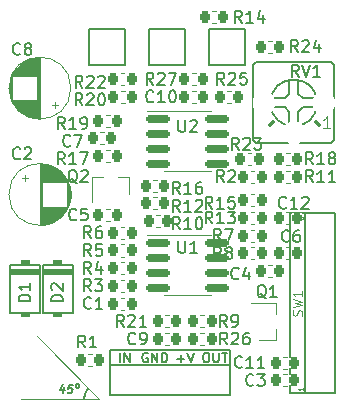
<source format=gto>
G04 #@! TF.GenerationSoftware,KiCad,Pcbnew,(5.99.0-7307-g71ab42e60a)*
G04 #@! TF.CreationDate,2020-12-03T10:19:34+02:00*
G04 #@! TF.ProjectId,agudo,61677564-6f2e-46b6-9963-61645f706362,rev?*
G04 #@! TF.SameCoordinates,Original*
G04 #@! TF.FileFunction,Legend,Top*
G04 #@! TF.FilePolarity,Positive*
%FSLAX46Y46*%
G04 Gerber Fmt 4.6, Leading zero omitted, Abs format (unit mm)*
G04 Created by KiCad (PCBNEW (5.99.0-7307-g71ab42e60a)) date 2020-12-03 10:19:34*
%MOMM*%
%LPD*%
G01*
G04 APERTURE LIST*
G04 Aperture macros list*
%AMRoundRect*
0 Rectangle with rounded corners*
0 $1 Rounding radius*
0 $2 $3 $4 $5 $6 $7 $8 $9 X,Y pos of 4 corners*
0 Add a 4 corners polygon primitive as box body*
4,1,4,$2,$3,$4,$5,$6,$7,$8,$9,$2,$3,0*
0 Add four circle primitives for the rounded corners*
1,1,$1+$1,$2,$3,0*
1,1,$1+$1,$4,$5,0*
1,1,$1+$1,$6,$7,0*
1,1,$1+$1,$8,$9,0*
0 Add four rect primitives between the rounded corners*
20,1,$1+$1,$2,$3,$4,$5,0*
20,1,$1+$1,$4,$5,$6,$7,0*
20,1,$1+$1,$6,$7,$8,$9,0*
20,1,$1+$1,$8,$9,$2,$3,0*%
G04 Aperture macros list end*
%ADD10C,0.127000*%
%ADD11C,0.105833*%
%ADD12C,0.079374*%
%ADD13C,0.150000*%
%ADD14C,0.065024*%
%ADD15C,0.032512*%
%ADD16C,0.081280*%
%ADD17C,0.120000*%
%ADD18C,0.152400*%
%ADD19C,0.304800*%
%ADD20RoundRect,0.218750X0.218750X0.256250X-0.218750X0.256250X-0.218750X-0.256250X0.218750X-0.256250X0*%
%ADD21RoundRect,0.218750X-0.218750X-0.256250X0.218750X-0.256250X0.218750X0.256250X-0.218750X0.256250X0*%
%ADD22R,1.600000X1.600000*%
%ADD23C,1.600000*%
%ADD24RoundRect,0.150000X-0.825000X-0.150000X0.825000X-0.150000X0.825000X0.150000X-0.825000X0.150000X0*%
%ADD25R,2.540000X2.540000*%
%ADD26O,2.540000X2.540000*%
%ADD27R,0.800000X0.900000*%
%ADD28R,2.000000X2.000000*%
%ADD29O,2.000000X2.000000*%
%ADD30R,2.032000X2.032000*%
%ADD31O,2.032000X2.032000*%
%ADD32R,0.900000X0.800000*%
%ADD33R,1.930400X1.930400*%
%ADD34O,1.930400X1.930400*%
%ADD35R,1.800000X1.800000*%
%ADD36C,1.800000*%
G04 APERTURE END LIST*
D10*
X64058729Y-132100000D02*
X64000395Y-132566666D01*
X63925395Y-131833333D02*
X63696229Y-132333333D01*
X64129562Y-132333333D01*
X64787895Y-131866666D02*
X64454562Y-131866666D01*
X64379562Y-132200000D01*
X64417062Y-132166666D01*
X64487895Y-132133333D01*
X64654562Y-132133333D01*
X64717062Y-132166666D01*
X64746229Y-132200000D01*
X64771229Y-132266666D01*
X64750395Y-132433333D01*
X64708729Y-132500000D01*
X64671229Y-132533333D01*
X64600395Y-132566666D01*
X64433729Y-132566666D01*
X64371229Y-132533333D01*
X64342062Y-132500000D01*
X65121229Y-132133333D02*
X65058729Y-132100000D01*
X65033729Y-132033333D01*
X65050395Y-131900000D01*
X65092062Y-131833333D01*
X65162895Y-131800000D01*
X65229562Y-131800000D01*
X65292062Y-131833333D01*
X65317062Y-131900000D01*
X65300395Y-132033333D01*
X65258729Y-132100000D01*
X65187895Y-132133333D01*
X65121229Y-132133333D01*
D11*
X67041666Y-133041666D02*
X61750000Y-127750000D01*
D12*
X66008138Y-132153828D02*
X66068082Y-132205504D01*
X66068082Y-132205504D02*
X66030820Y-132250616D01*
X66030820Y-132250616D02*
X65996016Y-132296344D01*
X65996016Y-132296344D02*
X65963653Y-132342728D01*
X65963653Y-132342728D02*
X65933718Y-132389806D01*
X65933718Y-132389806D02*
X65906196Y-132437619D01*
X65906196Y-132437619D02*
X65881071Y-132486205D01*
X65881071Y-132486205D02*
X65858330Y-132535604D01*
X65858330Y-132535604D02*
X65837956Y-132585854D01*
X65837956Y-132585854D02*
X65819936Y-132636996D01*
X65819936Y-132636996D02*
X65804254Y-132689067D01*
X65804254Y-132689067D02*
X65790895Y-132742109D01*
X65790895Y-132742109D02*
X65779845Y-132796159D01*
X65779845Y-132796159D02*
X65771090Y-132851257D01*
X65771090Y-132851257D02*
X65764613Y-132907443D01*
X65764613Y-132907443D02*
X65760400Y-132964755D01*
X65760400Y-132964755D02*
X65758437Y-133023232D01*
X65758437Y-133023232D02*
X65679062Y-133022405D01*
X65679062Y-133022405D02*
X65681165Y-132960794D01*
X65681165Y-132960794D02*
X65685702Y-132900238D01*
X65685702Y-132900238D02*
X65692680Y-132840721D01*
X65692680Y-132840721D02*
X65702104Y-132782225D01*
X65702104Y-132782225D02*
X65713981Y-132724734D01*
X65713981Y-132724734D02*
X65728316Y-132668231D01*
X65728316Y-132668231D02*
X65745114Y-132612698D01*
X65745114Y-132612698D02*
X65764382Y-132558120D01*
X65764382Y-132558120D02*
X65786126Y-132504480D01*
X65786126Y-132504480D02*
X65810351Y-132451760D01*
X65810351Y-132451760D02*
X65837063Y-132399943D01*
X65837063Y-132399943D02*
X65866269Y-132349014D01*
X65866269Y-132349014D02*
X65897973Y-132298954D01*
X65897973Y-132298954D02*
X65932182Y-132249748D01*
X65932182Y-132249748D02*
X65968902Y-132201378D01*
X65968902Y-132201378D02*
X66008138Y-132153828D01*
X66008138Y-132153828D02*
X66008138Y-132153828D01*
G36*
X66068082Y-132205504D02*
G01*
X66030820Y-132250616D01*
X65996016Y-132296344D01*
X65963653Y-132342728D01*
X65933718Y-132389806D01*
X65906196Y-132437619D01*
X65881071Y-132486205D01*
X65858330Y-132535604D01*
X65837956Y-132585854D01*
X65819936Y-132636996D01*
X65804254Y-132689067D01*
X65790895Y-132742109D01*
X65779845Y-132796159D01*
X65771090Y-132851257D01*
X65764613Y-132907443D01*
X65760400Y-132964755D01*
X65758437Y-133023232D01*
X65679062Y-133022405D01*
X65681165Y-132960794D01*
X65685702Y-132900238D01*
X65692680Y-132840721D01*
X65702104Y-132782225D01*
X65713981Y-132724734D01*
X65728316Y-132668231D01*
X65745114Y-132612698D01*
X65764382Y-132558120D01*
X65786126Y-132504480D01*
X65810351Y-132451760D01*
X65837063Y-132399943D01*
X65866269Y-132349014D01*
X65897973Y-132298954D01*
X65932182Y-132249748D01*
X65968902Y-132201378D01*
X66008138Y-132153828D01*
X66068082Y-132205504D01*
G37*
X66068082Y-132205504D02*
X66030820Y-132250616D01*
X65996016Y-132296344D01*
X65963653Y-132342728D01*
X65933718Y-132389806D01*
X65906196Y-132437619D01*
X65881071Y-132486205D01*
X65858330Y-132535604D01*
X65837956Y-132585854D01*
X65819936Y-132636996D01*
X65804254Y-132689067D01*
X65790895Y-132742109D01*
X65779845Y-132796159D01*
X65771090Y-132851257D01*
X65764613Y-132907443D01*
X65760400Y-132964755D01*
X65758437Y-133023232D01*
X65679062Y-133022405D01*
X65681165Y-132960794D01*
X65685702Y-132900238D01*
X65692680Y-132840721D01*
X65702104Y-132782225D01*
X65713981Y-132724734D01*
X65728316Y-132668231D01*
X65745114Y-132612698D01*
X65764382Y-132558120D01*
X65786126Y-132504480D01*
X65810351Y-132451760D01*
X65837063Y-132399943D01*
X65866269Y-132349014D01*
X65897973Y-132298954D01*
X65932182Y-132249748D01*
X65968902Y-132201378D01*
X66008138Y-132153828D01*
X66068082Y-132205504D01*
D11*
X60427083Y-133041666D02*
X67041666Y-133041666D01*
D13*
G04 #@! TO.C,R13*
X76607142Y-118202380D02*
X76273809Y-117726190D01*
X76035714Y-118202380D02*
X76035714Y-117202380D01*
X76416666Y-117202380D01*
X76511904Y-117250000D01*
X76559523Y-117297619D01*
X76607142Y-117392857D01*
X76607142Y-117535714D01*
X76559523Y-117630952D01*
X76511904Y-117678571D01*
X76416666Y-117726190D01*
X76035714Y-117726190D01*
X77559523Y-118202380D02*
X76988095Y-118202380D01*
X77273809Y-118202380D02*
X77273809Y-117202380D01*
X77178571Y-117345238D01*
X77083333Y-117440476D01*
X76988095Y-117488095D01*
X77892857Y-117202380D02*
X78511904Y-117202380D01*
X78178571Y-117583333D01*
X78321428Y-117583333D01*
X78416666Y-117630952D01*
X78464285Y-117678571D01*
X78511904Y-117773809D01*
X78511904Y-118011904D01*
X78464285Y-118107142D01*
X78416666Y-118154761D01*
X78321428Y-118202380D01*
X78035714Y-118202380D01*
X77940476Y-118154761D01*
X77892857Y-118107142D01*
G04 #@! TO.C,R18*
X85107142Y-113202380D02*
X84773809Y-112726190D01*
X84535714Y-113202380D02*
X84535714Y-112202380D01*
X84916666Y-112202380D01*
X85011904Y-112250000D01*
X85059523Y-112297619D01*
X85107142Y-112392857D01*
X85107142Y-112535714D01*
X85059523Y-112630952D01*
X85011904Y-112678571D01*
X84916666Y-112726190D01*
X84535714Y-112726190D01*
X86059523Y-113202380D02*
X85488095Y-113202380D01*
X85773809Y-113202380D02*
X85773809Y-112202380D01*
X85678571Y-112345238D01*
X85583333Y-112440476D01*
X85488095Y-112488095D01*
X86630952Y-112630952D02*
X86535714Y-112583333D01*
X86488095Y-112535714D01*
X86440476Y-112440476D01*
X86440476Y-112392857D01*
X86488095Y-112297619D01*
X86535714Y-112250000D01*
X86630952Y-112202380D01*
X86821428Y-112202380D01*
X86916666Y-112250000D01*
X86964285Y-112297619D01*
X87011904Y-112392857D01*
X87011904Y-112440476D01*
X86964285Y-112535714D01*
X86916666Y-112583333D01*
X86821428Y-112630952D01*
X86630952Y-112630952D01*
X86535714Y-112678571D01*
X86488095Y-112726190D01*
X86440476Y-112821428D01*
X86440476Y-113011904D01*
X86488095Y-113107142D01*
X86535714Y-113154761D01*
X86630952Y-113202380D01*
X86821428Y-113202380D01*
X86916666Y-113154761D01*
X86964285Y-113107142D01*
X87011904Y-113011904D01*
X87011904Y-112821428D01*
X86964285Y-112726190D01*
X86916666Y-112678571D01*
X86821428Y-112630952D01*
G04 #@! TO.C,R5*
X66333333Y-120952380D02*
X66000000Y-120476190D01*
X65761904Y-120952380D02*
X65761904Y-119952380D01*
X66142857Y-119952380D01*
X66238095Y-120000000D01*
X66285714Y-120047619D01*
X66333333Y-120142857D01*
X66333333Y-120285714D01*
X66285714Y-120380952D01*
X66238095Y-120428571D01*
X66142857Y-120476190D01*
X65761904Y-120476190D01*
X67238095Y-119952380D02*
X66761904Y-119952380D01*
X66714285Y-120428571D01*
X66761904Y-120380952D01*
X66857142Y-120333333D01*
X67095238Y-120333333D01*
X67190476Y-120380952D01*
X67238095Y-120428571D01*
X67285714Y-120523809D01*
X67285714Y-120761904D01*
X67238095Y-120857142D01*
X67190476Y-120904761D01*
X67095238Y-120952380D01*
X66857142Y-120952380D01*
X66761904Y-120904761D01*
X66714285Y-120857142D01*
G04 #@! TO.C,R22*
X65607142Y-106702380D02*
X65273809Y-106226190D01*
X65035714Y-106702380D02*
X65035714Y-105702380D01*
X65416666Y-105702380D01*
X65511904Y-105750000D01*
X65559523Y-105797619D01*
X65607142Y-105892857D01*
X65607142Y-106035714D01*
X65559523Y-106130952D01*
X65511904Y-106178571D01*
X65416666Y-106226190D01*
X65035714Y-106226190D01*
X65988095Y-105797619D02*
X66035714Y-105750000D01*
X66130952Y-105702380D01*
X66369047Y-105702380D01*
X66464285Y-105750000D01*
X66511904Y-105797619D01*
X66559523Y-105892857D01*
X66559523Y-105988095D01*
X66511904Y-106130952D01*
X65940476Y-106702380D01*
X66559523Y-106702380D01*
X66940476Y-105797619D02*
X66988095Y-105750000D01*
X67083333Y-105702380D01*
X67321428Y-105702380D01*
X67416666Y-105750000D01*
X67464285Y-105797619D01*
X67511904Y-105892857D01*
X67511904Y-105988095D01*
X67464285Y-106130952D01*
X66892857Y-106702380D01*
X67511904Y-106702380D01*
G04 #@! TO.C,C2*
X60333333Y-112678142D02*
X60285714Y-112725761D01*
X60142857Y-112773380D01*
X60047619Y-112773380D01*
X59904761Y-112725761D01*
X59809523Y-112630523D01*
X59761904Y-112535285D01*
X59714285Y-112344809D01*
X59714285Y-112201952D01*
X59761904Y-112011476D01*
X59809523Y-111916238D01*
X59904761Y-111821000D01*
X60047619Y-111773380D01*
X60142857Y-111773380D01*
X60285714Y-111821000D01*
X60333333Y-111868619D01*
X60714285Y-111868619D02*
X60761904Y-111821000D01*
X60857142Y-111773380D01*
X61095238Y-111773380D01*
X61190476Y-111821000D01*
X61238095Y-111868619D01*
X61285714Y-111963857D01*
X61285714Y-112059095D01*
X61238095Y-112201952D01*
X60666666Y-112773380D01*
X61285714Y-112773380D01*
G04 #@! TO.C,R21*
X69107142Y-126952380D02*
X68773809Y-126476190D01*
X68535714Y-126952380D02*
X68535714Y-125952380D01*
X68916666Y-125952380D01*
X69011904Y-126000000D01*
X69059523Y-126047619D01*
X69107142Y-126142857D01*
X69107142Y-126285714D01*
X69059523Y-126380952D01*
X69011904Y-126428571D01*
X68916666Y-126476190D01*
X68535714Y-126476190D01*
X69488095Y-126047619D02*
X69535714Y-126000000D01*
X69630952Y-125952380D01*
X69869047Y-125952380D01*
X69964285Y-126000000D01*
X70011904Y-126047619D01*
X70059523Y-126142857D01*
X70059523Y-126238095D01*
X70011904Y-126380952D01*
X69440476Y-126952380D01*
X70059523Y-126952380D01*
X71011904Y-126952380D02*
X70440476Y-126952380D01*
X70726190Y-126952380D02*
X70726190Y-125952380D01*
X70630952Y-126095238D01*
X70535714Y-126190476D01*
X70440476Y-126238095D01*
G04 #@! TO.C,C5*
X65083333Y-117857142D02*
X65035714Y-117904761D01*
X64892857Y-117952380D01*
X64797619Y-117952380D01*
X64654761Y-117904761D01*
X64559523Y-117809523D01*
X64511904Y-117714285D01*
X64464285Y-117523809D01*
X64464285Y-117380952D01*
X64511904Y-117190476D01*
X64559523Y-117095238D01*
X64654761Y-117000000D01*
X64797619Y-116952380D01*
X64892857Y-116952380D01*
X65035714Y-117000000D01*
X65083333Y-117047619D01*
X65988095Y-116952380D02*
X65511904Y-116952380D01*
X65464285Y-117428571D01*
X65511904Y-117380952D01*
X65607142Y-117333333D01*
X65845238Y-117333333D01*
X65940476Y-117380952D01*
X65988095Y-117428571D01*
X66035714Y-117523809D01*
X66035714Y-117761904D01*
X65988095Y-117857142D01*
X65940476Y-117904761D01*
X65845238Y-117952380D01*
X65607142Y-117952380D01*
X65511904Y-117904761D01*
X65464285Y-117857142D01*
G04 #@! TO.C,C3*
X80083333Y-131857142D02*
X80035714Y-131904761D01*
X79892857Y-131952380D01*
X79797619Y-131952380D01*
X79654761Y-131904761D01*
X79559523Y-131809523D01*
X79511904Y-131714285D01*
X79464285Y-131523809D01*
X79464285Y-131380952D01*
X79511904Y-131190476D01*
X79559523Y-131095238D01*
X79654761Y-131000000D01*
X79797619Y-130952380D01*
X79892857Y-130952380D01*
X80035714Y-131000000D01*
X80083333Y-131047619D01*
X80416666Y-130952380D02*
X81035714Y-130952380D01*
X80702380Y-131333333D01*
X80845238Y-131333333D01*
X80940476Y-131380952D01*
X80988095Y-131428571D01*
X81035714Y-131523809D01*
X81035714Y-131761904D01*
X80988095Y-131857142D01*
X80940476Y-131904761D01*
X80845238Y-131952380D01*
X80559523Y-131952380D01*
X80464285Y-131904761D01*
X80416666Y-131857142D01*
G04 #@! TO.C,C12*
X82857142Y-116857142D02*
X82809523Y-116904761D01*
X82666666Y-116952380D01*
X82571428Y-116952380D01*
X82428571Y-116904761D01*
X82333333Y-116809523D01*
X82285714Y-116714285D01*
X82238095Y-116523809D01*
X82238095Y-116380952D01*
X82285714Y-116190476D01*
X82333333Y-116095238D01*
X82428571Y-116000000D01*
X82571428Y-115952380D01*
X82666666Y-115952380D01*
X82809523Y-116000000D01*
X82857142Y-116047619D01*
X83809523Y-116952380D02*
X83238095Y-116952380D01*
X83523809Y-116952380D02*
X83523809Y-115952380D01*
X83428571Y-116095238D01*
X83333333Y-116190476D01*
X83238095Y-116238095D01*
X84190476Y-116047619D02*
X84238095Y-116000000D01*
X84333333Y-115952380D01*
X84571428Y-115952380D01*
X84666666Y-116000000D01*
X84714285Y-116047619D01*
X84761904Y-116142857D01*
X84761904Y-116238095D01*
X84714285Y-116380952D01*
X84142857Y-116952380D01*
X84761904Y-116952380D01*
G04 #@! TO.C,R15*
X76607142Y-116952380D02*
X76273809Y-116476190D01*
X76035714Y-116952380D02*
X76035714Y-115952380D01*
X76416666Y-115952380D01*
X76511904Y-116000000D01*
X76559523Y-116047619D01*
X76607142Y-116142857D01*
X76607142Y-116285714D01*
X76559523Y-116380952D01*
X76511904Y-116428571D01*
X76416666Y-116476190D01*
X76035714Y-116476190D01*
X77559523Y-116952380D02*
X76988095Y-116952380D01*
X77273809Y-116952380D02*
X77273809Y-115952380D01*
X77178571Y-116095238D01*
X77083333Y-116190476D01*
X76988095Y-116238095D01*
X78464285Y-115952380D02*
X77988095Y-115952380D01*
X77940476Y-116428571D01*
X77988095Y-116380952D01*
X78083333Y-116333333D01*
X78321428Y-116333333D01*
X78416666Y-116380952D01*
X78464285Y-116428571D01*
X78511904Y-116523809D01*
X78511904Y-116761904D01*
X78464285Y-116857142D01*
X78416666Y-116904761D01*
X78321428Y-116952380D01*
X78083333Y-116952380D01*
X77988095Y-116904761D01*
X77940476Y-116857142D01*
G04 #@! TO.C,C10*
X71607142Y-107857142D02*
X71559523Y-107904761D01*
X71416666Y-107952380D01*
X71321428Y-107952380D01*
X71178571Y-107904761D01*
X71083333Y-107809523D01*
X71035714Y-107714285D01*
X70988095Y-107523809D01*
X70988095Y-107380952D01*
X71035714Y-107190476D01*
X71083333Y-107095238D01*
X71178571Y-107000000D01*
X71321428Y-106952380D01*
X71416666Y-106952380D01*
X71559523Y-107000000D01*
X71607142Y-107047619D01*
X72559523Y-107952380D02*
X71988095Y-107952380D01*
X72273809Y-107952380D02*
X72273809Y-106952380D01*
X72178571Y-107095238D01*
X72083333Y-107190476D01*
X71988095Y-107238095D01*
X73178571Y-106952380D02*
X73273809Y-106952380D01*
X73369047Y-107000000D01*
X73416666Y-107047619D01*
X73464285Y-107142857D01*
X73511904Y-107333333D01*
X73511904Y-107571428D01*
X73464285Y-107761904D01*
X73416666Y-107857142D01*
X73369047Y-107904761D01*
X73273809Y-107952380D01*
X73178571Y-107952380D01*
X73083333Y-107904761D01*
X73035714Y-107857142D01*
X72988095Y-107761904D01*
X72940476Y-107571428D01*
X72940476Y-107333333D01*
X72988095Y-107142857D01*
X73035714Y-107047619D01*
X73083333Y-107000000D01*
X73178571Y-106952380D01*
G04 #@! TO.C,R19*
X64107142Y-110202380D02*
X63773809Y-109726190D01*
X63535714Y-110202380D02*
X63535714Y-109202380D01*
X63916666Y-109202380D01*
X64011904Y-109250000D01*
X64059523Y-109297619D01*
X64107142Y-109392857D01*
X64107142Y-109535714D01*
X64059523Y-109630952D01*
X64011904Y-109678571D01*
X63916666Y-109726190D01*
X63535714Y-109726190D01*
X65059523Y-110202380D02*
X64488095Y-110202380D01*
X64773809Y-110202380D02*
X64773809Y-109202380D01*
X64678571Y-109345238D01*
X64583333Y-109440476D01*
X64488095Y-109488095D01*
X65535714Y-110202380D02*
X65726190Y-110202380D01*
X65821428Y-110154761D01*
X65869047Y-110107142D01*
X65964285Y-109964285D01*
X66011904Y-109773809D01*
X66011904Y-109392857D01*
X65964285Y-109297619D01*
X65916666Y-109250000D01*
X65821428Y-109202380D01*
X65630952Y-109202380D01*
X65535714Y-109250000D01*
X65488095Y-109297619D01*
X65440476Y-109392857D01*
X65440476Y-109630952D01*
X65488095Y-109726190D01*
X65535714Y-109773809D01*
X65630952Y-109821428D01*
X65821428Y-109821428D01*
X65916666Y-109773809D01*
X65964285Y-109726190D01*
X66011904Y-109630952D01*
G04 #@! TO.C,R27*
X71607142Y-106452380D02*
X71273809Y-105976190D01*
X71035714Y-106452380D02*
X71035714Y-105452380D01*
X71416666Y-105452380D01*
X71511904Y-105500000D01*
X71559523Y-105547619D01*
X71607142Y-105642857D01*
X71607142Y-105785714D01*
X71559523Y-105880952D01*
X71511904Y-105928571D01*
X71416666Y-105976190D01*
X71035714Y-105976190D01*
X71988095Y-105547619D02*
X72035714Y-105500000D01*
X72130952Y-105452380D01*
X72369047Y-105452380D01*
X72464285Y-105500000D01*
X72511904Y-105547619D01*
X72559523Y-105642857D01*
X72559523Y-105738095D01*
X72511904Y-105880952D01*
X71940476Y-106452380D01*
X72559523Y-106452380D01*
X72892857Y-105452380D02*
X73559523Y-105452380D01*
X73130952Y-106452380D01*
G04 #@! TO.C,C6*
X83083333Y-119677142D02*
X83035714Y-119724761D01*
X82892857Y-119772380D01*
X82797619Y-119772380D01*
X82654761Y-119724761D01*
X82559523Y-119629523D01*
X82511904Y-119534285D01*
X82464285Y-119343809D01*
X82464285Y-119200952D01*
X82511904Y-119010476D01*
X82559523Y-118915238D01*
X82654761Y-118820000D01*
X82797619Y-118772380D01*
X82892857Y-118772380D01*
X83035714Y-118820000D01*
X83083333Y-118867619D01*
X83940476Y-118772380D02*
X83750000Y-118772380D01*
X83654761Y-118820000D01*
X83607142Y-118867619D01*
X83511904Y-119010476D01*
X83464285Y-119200952D01*
X83464285Y-119581904D01*
X83511904Y-119677142D01*
X83559523Y-119724761D01*
X83654761Y-119772380D01*
X83845238Y-119772380D01*
X83940476Y-119724761D01*
X83988095Y-119677142D01*
X84035714Y-119581904D01*
X84035714Y-119343809D01*
X83988095Y-119248571D01*
X83940476Y-119200952D01*
X83845238Y-119153333D01*
X83654761Y-119153333D01*
X83559523Y-119200952D01*
X83511904Y-119248571D01*
X83464285Y-119343809D01*
G04 #@! TO.C,R20*
X65607142Y-108202380D02*
X65273809Y-107726190D01*
X65035714Y-108202380D02*
X65035714Y-107202380D01*
X65416666Y-107202380D01*
X65511904Y-107250000D01*
X65559523Y-107297619D01*
X65607142Y-107392857D01*
X65607142Y-107535714D01*
X65559523Y-107630952D01*
X65511904Y-107678571D01*
X65416666Y-107726190D01*
X65035714Y-107726190D01*
X65988095Y-107297619D02*
X66035714Y-107250000D01*
X66130952Y-107202380D01*
X66369047Y-107202380D01*
X66464285Y-107250000D01*
X66511904Y-107297619D01*
X66559523Y-107392857D01*
X66559523Y-107488095D01*
X66511904Y-107630952D01*
X65940476Y-108202380D01*
X66559523Y-108202380D01*
X67178571Y-107202380D02*
X67273809Y-107202380D01*
X67369047Y-107250000D01*
X67416666Y-107297619D01*
X67464285Y-107392857D01*
X67511904Y-107583333D01*
X67511904Y-107821428D01*
X67464285Y-108011904D01*
X67416666Y-108107142D01*
X67369047Y-108154761D01*
X67273809Y-108202380D01*
X67178571Y-108202380D01*
X67083333Y-108154761D01*
X67035714Y-108107142D01*
X66988095Y-108011904D01*
X66940476Y-107821428D01*
X66940476Y-107583333D01*
X66988095Y-107392857D01*
X67035714Y-107297619D01*
X67083333Y-107250000D01*
X67178571Y-107202380D01*
G04 #@! TO.C,U2*
X73738095Y-109452380D02*
X73738095Y-110261904D01*
X73785714Y-110357142D01*
X73833333Y-110404761D01*
X73928571Y-110452380D01*
X74119047Y-110452380D01*
X74214285Y-110404761D01*
X74261904Y-110357142D01*
X74309523Y-110261904D01*
X74309523Y-109452380D01*
X74738095Y-109547619D02*
X74785714Y-109500000D01*
X74880952Y-109452380D01*
X75119047Y-109452380D01*
X75214285Y-109500000D01*
X75261904Y-109547619D01*
X75309523Y-109642857D01*
X75309523Y-109738095D01*
X75261904Y-109880952D01*
X74690476Y-110452380D01*
X75309523Y-110452380D01*
G04 #@! TO.C,U1*
X73738095Y-119702380D02*
X73738095Y-120511904D01*
X73785714Y-120607142D01*
X73833333Y-120654761D01*
X73928571Y-120702380D01*
X74119047Y-120702380D01*
X74214285Y-120654761D01*
X74261904Y-120607142D01*
X74309523Y-120511904D01*
X74309523Y-119702380D01*
X75309523Y-120702380D02*
X74738095Y-120702380D01*
X75023809Y-120702380D02*
X75023809Y-119702380D01*
X74928571Y-119845238D01*
X74833333Y-119940476D01*
X74738095Y-119988095D01*
G04 #@! TO.C,R26*
X77857142Y-128452380D02*
X77523809Y-127976190D01*
X77285714Y-128452380D02*
X77285714Y-127452380D01*
X77666666Y-127452380D01*
X77761904Y-127500000D01*
X77809523Y-127547619D01*
X77857142Y-127642857D01*
X77857142Y-127785714D01*
X77809523Y-127880952D01*
X77761904Y-127928571D01*
X77666666Y-127976190D01*
X77285714Y-127976190D01*
X78238095Y-127547619D02*
X78285714Y-127500000D01*
X78380952Y-127452380D01*
X78619047Y-127452380D01*
X78714285Y-127500000D01*
X78761904Y-127547619D01*
X78809523Y-127642857D01*
X78809523Y-127738095D01*
X78761904Y-127880952D01*
X78190476Y-128452380D01*
X78809523Y-128452380D01*
X79666666Y-127452380D02*
X79476190Y-127452380D01*
X79380952Y-127500000D01*
X79333333Y-127547619D01*
X79238095Y-127690476D01*
X79190476Y-127880952D01*
X79190476Y-128261904D01*
X79238095Y-128357142D01*
X79285714Y-128404761D01*
X79380952Y-128452380D01*
X79571428Y-128452380D01*
X79666666Y-128404761D01*
X79714285Y-128357142D01*
X79761904Y-128261904D01*
X79761904Y-128023809D01*
X79714285Y-127928571D01*
X79666666Y-127880952D01*
X79571428Y-127833333D01*
X79380952Y-127833333D01*
X79285714Y-127880952D01*
X79238095Y-127928571D01*
X79190476Y-128023809D01*
G04 #@! TO.C,R6*
X66333333Y-119452380D02*
X66000000Y-118976190D01*
X65761904Y-119452380D02*
X65761904Y-118452380D01*
X66142857Y-118452380D01*
X66238095Y-118500000D01*
X66285714Y-118547619D01*
X66333333Y-118642857D01*
X66333333Y-118785714D01*
X66285714Y-118880952D01*
X66238095Y-118928571D01*
X66142857Y-118976190D01*
X65761904Y-118976190D01*
X67190476Y-118452380D02*
X67000000Y-118452380D01*
X66904761Y-118500000D01*
X66857142Y-118547619D01*
X66761904Y-118690476D01*
X66714285Y-118880952D01*
X66714285Y-119261904D01*
X66761904Y-119357142D01*
X66809523Y-119404761D01*
X66904761Y-119452380D01*
X67095238Y-119452380D01*
X67190476Y-119404761D01*
X67238095Y-119357142D01*
X67285714Y-119261904D01*
X67285714Y-119023809D01*
X67238095Y-118928571D01*
X67190476Y-118880952D01*
X67095238Y-118833333D01*
X66904761Y-118833333D01*
X66809523Y-118880952D01*
X66761904Y-118928571D01*
X66714285Y-119023809D01*
G04 #@! TO.C,C7*
X64583333Y-111607142D02*
X64535714Y-111654761D01*
X64392857Y-111702380D01*
X64297619Y-111702380D01*
X64154761Y-111654761D01*
X64059523Y-111559523D01*
X64011904Y-111464285D01*
X63964285Y-111273809D01*
X63964285Y-111130952D01*
X64011904Y-110940476D01*
X64059523Y-110845238D01*
X64154761Y-110750000D01*
X64297619Y-110702380D01*
X64392857Y-110702380D01*
X64535714Y-110750000D01*
X64583333Y-110797619D01*
X64916666Y-110702380D02*
X65583333Y-110702380D01*
X65154761Y-111702380D01*
G04 #@! TO.C,C11*
X79107142Y-130357142D02*
X79059523Y-130404761D01*
X78916666Y-130452380D01*
X78821428Y-130452380D01*
X78678571Y-130404761D01*
X78583333Y-130309523D01*
X78535714Y-130214285D01*
X78488095Y-130023809D01*
X78488095Y-129880952D01*
X78535714Y-129690476D01*
X78583333Y-129595238D01*
X78678571Y-129500000D01*
X78821428Y-129452380D01*
X78916666Y-129452380D01*
X79059523Y-129500000D01*
X79107142Y-129547619D01*
X80059523Y-130452380D02*
X79488095Y-130452380D01*
X79773809Y-130452380D02*
X79773809Y-129452380D01*
X79678571Y-129595238D01*
X79583333Y-129690476D01*
X79488095Y-129738095D01*
X81011904Y-130452380D02*
X80440476Y-130452380D01*
X80726190Y-130452380D02*
X80726190Y-129452380D01*
X80630952Y-129595238D01*
X80535714Y-129690476D01*
X80440476Y-129738095D01*
G04 #@! TO.C,R10*
X73857142Y-118702380D02*
X73523809Y-118226190D01*
X73285714Y-118702380D02*
X73285714Y-117702380D01*
X73666666Y-117702380D01*
X73761904Y-117750000D01*
X73809523Y-117797619D01*
X73857142Y-117892857D01*
X73857142Y-118035714D01*
X73809523Y-118130952D01*
X73761904Y-118178571D01*
X73666666Y-118226190D01*
X73285714Y-118226190D01*
X74809523Y-118702380D02*
X74238095Y-118702380D01*
X74523809Y-118702380D02*
X74523809Y-117702380D01*
X74428571Y-117845238D01*
X74333333Y-117940476D01*
X74238095Y-117988095D01*
X75428571Y-117702380D02*
X75523809Y-117702380D01*
X75619047Y-117750000D01*
X75666666Y-117797619D01*
X75714285Y-117892857D01*
X75761904Y-118083333D01*
X75761904Y-118321428D01*
X75714285Y-118511904D01*
X75666666Y-118607142D01*
X75619047Y-118654761D01*
X75523809Y-118702380D01*
X75428571Y-118702380D01*
X75333333Y-118654761D01*
X75285714Y-118607142D01*
X75238095Y-118511904D01*
X75190476Y-118321428D01*
X75190476Y-118083333D01*
X75238095Y-117892857D01*
X75285714Y-117797619D01*
X75333333Y-117750000D01*
X75428571Y-117702380D01*
G04 #@! TO.C,R12*
X73857142Y-117202380D02*
X73523809Y-116726190D01*
X73285714Y-117202380D02*
X73285714Y-116202380D01*
X73666666Y-116202380D01*
X73761904Y-116250000D01*
X73809523Y-116297619D01*
X73857142Y-116392857D01*
X73857142Y-116535714D01*
X73809523Y-116630952D01*
X73761904Y-116678571D01*
X73666666Y-116726190D01*
X73285714Y-116726190D01*
X74809523Y-117202380D02*
X74238095Y-117202380D01*
X74523809Y-117202380D02*
X74523809Y-116202380D01*
X74428571Y-116345238D01*
X74333333Y-116440476D01*
X74238095Y-116488095D01*
X75190476Y-116297619D02*
X75238095Y-116250000D01*
X75333333Y-116202380D01*
X75571428Y-116202380D01*
X75666666Y-116250000D01*
X75714285Y-116297619D01*
X75761904Y-116392857D01*
X75761904Y-116488095D01*
X75714285Y-116630952D01*
X75142857Y-117202380D01*
X75761904Y-117202380D01*
G04 #@! TO.C,R9*
X77833333Y-126952380D02*
X77500000Y-126476190D01*
X77261904Y-126952380D02*
X77261904Y-125952380D01*
X77642857Y-125952380D01*
X77738095Y-126000000D01*
X77785714Y-126047619D01*
X77833333Y-126142857D01*
X77833333Y-126285714D01*
X77785714Y-126380952D01*
X77738095Y-126428571D01*
X77642857Y-126476190D01*
X77261904Y-126476190D01*
X78309523Y-126952380D02*
X78500000Y-126952380D01*
X78595238Y-126904761D01*
X78642857Y-126857142D01*
X78738095Y-126714285D01*
X78785714Y-126523809D01*
X78785714Y-126142857D01*
X78738095Y-126047619D01*
X78690476Y-126000000D01*
X78595238Y-125952380D01*
X78404761Y-125952380D01*
X78309523Y-126000000D01*
X78261904Y-126047619D01*
X78214285Y-126142857D01*
X78214285Y-126380952D01*
X78261904Y-126476190D01*
X78309523Y-126523809D01*
X78404761Y-126571428D01*
X78595238Y-126571428D01*
X78690476Y-126523809D01*
X78738095Y-126476190D01*
X78785714Y-126380952D01*
G04 #@! TO.C,R3*
X66333333Y-123952380D02*
X66000000Y-123476190D01*
X65761904Y-123952380D02*
X65761904Y-122952380D01*
X66142857Y-122952380D01*
X66238095Y-123000000D01*
X66285714Y-123047619D01*
X66333333Y-123142857D01*
X66333333Y-123285714D01*
X66285714Y-123380952D01*
X66238095Y-123428571D01*
X66142857Y-123476190D01*
X65761904Y-123476190D01*
X66666666Y-122952380D02*
X67285714Y-122952380D01*
X66952380Y-123333333D01*
X67095238Y-123333333D01*
X67190476Y-123380952D01*
X67238095Y-123428571D01*
X67285714Y-123523809D01*
X67285714Y-123761904D01*
X67238095Y-123857142D01*
X67190476Y-123904761D01*
X67095238Y-123952380D01*
X66809523Y-123952380D01*
X66714285Y-123904761D01*
X66666666Y-123857142D01*
G04 #@! TO.C,R1*
X65833333Y-128702380D02*
X65500000Y-128226190D01*
X65261904Y-128702380D02*
X65261904Y-127702380D01*
X65642857Y-127702380D01*
X65738095Y-127750000D01*
X65785714Y-127797619D01*
X65833333Y-127892857D01*
X65833333Y-128035714D01*
X65785714Y-128130952D01*
X65738095Y-128178571D01*
X65642857Y-128226190D01*
X65261904Y-128226190D01*
X66785714Y-128702380D02*
X66214285Y-128702380D01*
X66500000Y-128702380D02*
X66500000Y-127702380D01*
X66404761Y-127845238D01*
X66309523Y-127940476D01*
X66214285Y-127988095D01*
G04 #@! TO.C,R24*
X83838392Y-103702380D02*
X83505059Y-103226190D01*
X83266964Y-103702380D02*
X83266964Y-102702380D01*
X83647916Y-102702380D01*
X83743154Y-102750000D01*
X83790773Y-102797619D01*
X83838392Y-102892857D01*
X83838392Y-103035714D01*
X83790773Y-103130952D01*
X83743154Y-103178571D01*
X83647916Y-103226190D01*
X83266964Y-103226190D01*
X84219345Y-102797619D02*
X84266964Y-102750000D01*
X84362202Y-102702380D01*
X84600297Y-102702380D01*
X84695535Y-102750000D01*
X84743154Y-102797619D01*
X84790773Y-102892857D01*
X84790773Y-102988095D01*
X84743154Y-103130952D01*
X84171726Y-103702380D01*
X84790773Y-103702380D01*
X85647916Y-103035714D02*
X85647916Y-103702380D01*
X85409821Y-102654761D02*
X85171726Y-103369047D01*
X85790773Y-103369047D01*
G04 #@! TO.C,R17*
X64107142Y-113202380D02*
X63773809Y-112726190D01*
X63535714Y-113202380D02*
X63535714Y-112202380D01*
X63916666Y-112202380D01*
X64011904Y-112250000D01*
X64059523Y-112297619D01*
X64107142Y-112392857D01*
X64107142Y-112535714D01*
X64059523Y-112630952D01*
X64011904Y-112678571D01*
X63916666Y-112726190D01*
X63535714Y-112726190D01*
X65059523Y-113202380D02*
X64488095Y-113202380D01*
X64773809Y-113202380D02*
X64773809Y-112202380D01*
X64678571Y-112345238D01*
X64583333Y-112440476D01*
X64488095Y-112488095D01*
X65392857Y-112202380D02*
X66059523Y-112202380D01*
X65630952Y-113202380D01*
G04 #@! TO.C,R4*
X66333333Y-122452380D02*
X66000000Y-121976190D01*
X65761904Y-122452380D02*
X65761904Y-121452380D01*
X66142857Y-121452380D01*
X66238095Y-121500000D01*
X66285714Y-121547619D01*
X66333333Y-121642857D01*
X66333333Y-121785714D01*
X66285714Y-121880952D01*
X66238095Y-121928571D01*
X66142857Y-121976190D01*
X65761904Y-121976190D01*
X67190476Y-121785714D02*
X67190476Y-122452380D01*
X66952380Y-121404761D02*
X66714285Y-122119047D01*
X67333333Y-122119047D01*
G04 #@! TO.C,Q2*
X65154761Y-114797619D02*
X65059523Y-114750000D01*
X64964285Y-114654761D01*
X64821428Y-114511904D01*
X64726190Y-114464285D01*
X64630952Y-114464285D01*
X64678571Y-114702380D02*
X64583333Y-114654761D01*
X64488095Y-114559523D01*
X64440476Y-114369047D01*
X64440476Y-114035714D01*
X64488095Y-113845238D01*
X64583333Y-113750000D01*
X64678571Y-113702380D01*
X64869047Y-113702380D01*
X64964285Y-113750000D01*
X65059523Y-113845238D01*
X65107142Y-114035714D01*
X65107142Y-114369047D01*
X65059523Y-114559523D01*
X64964285Y-114654761D01*
X64869047Y-114702380D01*
X64678571Y-114702380D01*
X65488095Y-113797619D02*
X65535714Y-113750000D01*
X65630952Y-113702380D01*
X65869047Y-113702380D01*
X65964285Y-113750000D01*
X66011904Y-113797619D01*
X66059523Y-113892857D01*
X66059523Y-113988095D01*
X66011904Y-114130952D01*
X65440476Y-114702380D01*
X66059523Y-114702380D01*
G04 #@! TO.C,D2*
X63952380Y-124805595D02*
X62952380Y-124805595D01*
X62952380Y-124567500D01*
X63000000Y-124424642D01*
X63095238Y-124329404D01*
X63190476Y-124281785D01*
X63380952Y-124234166D01*
X63523809Y-124234166D01*
X63714285Y-124281785D01*
X63809523Y-124329404D01*
X63904761Y-124424642D01*
X63952380Y-124567500D01*
X63952380Y-124805595D01*
X63047619Y-123853214D02*
X63000000Y-123805595D01*
X62952380Y-123710357D01*
X62952380Y-123472261D01*
X63000000Y-123377023D01*
X63047619Y-123329404D01*
X63142857Y-123281785D01*
X63238095Y-123281785D01*
X63380952Y-123329404D01*
X63952380Y-123900833D01*
X63952380Y-123281785D01*
G04 #@! TO.C,C1*
X66333333Y-125357142D02*
X66285714Y-125404761D01*
X66142857Y-125452380D01*
X66047619Y-125452380D01*
X65904761Y-125404761D01*
X65809523Y-125309523D01*
X65761904Y-125214285D01*
X65714285Y-125023809D01*
X65714285Y-124880952D01*
X65761904Y-124690476D01*
X65809523Y-124595238D01*
X65904761Y-124500000D01*
X66047619Y-124452380D01*
X66142857Y-124452380D01*
X66285714Y-124500000D01*
X66333333Y-124547619D01*
X67285714Y-125452380D02*
X66714285Y-125452380D01*
X67000000Y-125452380D02*
X67000000Y-124452380D01*
X66904761Y-124595238D01*
X66809523Y-124690476D01*
X66714285Y-124738095D01*
G04 #@! TO.C,R23*
X78857142Y-111952380D02*
X78523809Y-111476190D01*
X78285714Y-111952380D02*
X78285714Y-110952380D01*
X78666666Y-110952380D01*
X78761904Y-111000000D01*
X78809523Y-111047619D01*
X78857142Y-111142857D01*
X78857142Y-111285714D01*
X78809523Y-111380952D01*
X78761904Y-111428571D01*
X78666666Y-111476190D01*
X78285714Y-111476190D01*
X79238095Y-111047619D02*
X79285714Y-111000000D01*
X79380952Y-110952380D01*
X79619047Y-110952380D01*
X79714285Y-111000000D01*
X79761904Y-111047619D01*
X79809523Y-111142857D01*
X79809523Y-111238095D01*
X79761904Y-111380952D01*
X79190476Y-111952380D01*
X79809523Y-111952380D01*
X80142857Y-110952380D02*
X80761904Y-110952380D01*
X80428571Y-111333333D01*
X80571428Y-111333333D01*
X80666666Y-111380952D01*
X80714285Y-111428571D01*
X80761904Y-111523809D01*
X80761904Y-111761904D01*
X80714285Y-111857142D01*
X80666666Y-111904761D01*
X80571428Y-111952380D01*
X80285714Y-111952380D01*
X80190476Y-111904761D01*
X80142857Y-111857142D01*
G04 #@! TO.C,R8*
X77333333Y-121202380D02*
X77000000Y-120726190D01*
X76761904Y-121202380D02*
X76761904Y-120202380D01*
X77142857Y-120202380D01*
X77238095Y-120250000D01*
X77285714Y-120297619D01*
X77333333Y-120392857D01*
X77333333Y-120535714D01*
X77285714Y-120630952D01*
X77238095Y-120678571D01*
X77142857Y-120726190D01*
X76761904Y-120726190D01*
X77904761Y-120630952D02*
X77809523Y-120583333D01*
X77761904Y-120535714D01*
X77714285Y-120440476D01*
X77714285Y-120392857D01*
X77761904Y-120297619D01*
X77809523Y-120250000D01*
X77904761Y-120202380D01*
X78095238Y-120202380D01*
X78190476Y-120250000D01*
X78238095Y-120297619D01*
X78285714Y-120392857D01*
X78285714Y-120440476D01*
X78238095Y-120535714D01*
X78190476Y-120583333D01*
X78095238Y-120630952D01*
X77904761Y-120630952D01*
X77809523Y-120678571D01*
X77761904Y-120726190D01*
X77714285Y-120821428D01*
X77714285Y-121011904D01*
X77761904Y-121107142D01*
X77809523Y-121154761D01*
X77904761Y-121202380D01*
X78095238Y-121202380D01*
X78190476Y-121154761D01*
X78238095Y-121107142D01*
X78285714Y-121011904D01*
X78285714Y-120821428D01*
X78238095Y-120726190D01*
X78190476Y-120678571D01*
X78095238Y-120630952D01*
G04 #@! TO.C,R11*
X85107142Y-114702380D02*
X84773809Y-114226190D01*
X84535714Y-114702380D02*
X84535714Y-113702380D01*
X84916666Y-113702380D01*
X85011904Y-113750000D01*
X85059523Y-113797619D01*
X85107142Y-113892857D01*
X85107142Y-114035714D01*
X85059523Y-114130952D01*
X85011904Y-114178571D01*
X84916666Y-114226190D01*
X84535714Y-114226190D01*
X86059523Y-114702380D02*
X85488095Y-114702380D01*
X85773809Y-114702380D02*
X85773809Y-113702380D01*
X85678571Y-113845238D01*
X85583333Y-113940476D01*
X85488095Y-113988095D01*
X87011904Y-114702380D02*
X86440476Y-114702380D01*
X86726190Y-114702380D02*
X86726190Y-113702380D01*
X86630952Y-113845238D01*
X86535714Y-113940476D01*
X86440476Y-113988095D01*
G04 #@! TO.C,R14*
X79107142Y-101202380D02*
X78773809Y-100726190D01*
X78535714Y-101202380D02*
X78535714Y-100202380D01*
X78916666Y-100202380D01*
X79011904Y-100250000D01*
X79059523Y-100297619D01*
X79107142Y-100392857D01*
X79107142Y-100535714D01*
X79059523Y-100630952D01*
X79011904Y-100678571D01*
X78916666Y-100726190D01*
X78535714Y-100726190D01*
X80059523Y-101202380D02*
X79488095Y-101202380D01*
X79773809Y-101202380D02*
X79773809Y-100202380D01*
X79678571Y-100345238D01*
X79583333Y-100440476D01*
X79488095Y-100488095D01*
X80916666Y-100535714D02*
X80916666Y-101202380D01*
X80678571Y-100154761D02*
X80440476Y-100869047D01*
X81059523Y-100869047D01*
G04 #@! TO.C,R25*
X77607142Y-106452380D02*
X77273809Y-105976190D01*
X77035714Y-106452380D02*
X77035714Y-105452380D01*
X77416666Y-105452380D01*
X77511904Y-105500000D01*
X77559523Y-105547619D01*
X77607142Y-105642857D01*
X77607142Y-105785714D01*
X77559523Y-105880952D01*
X77511904Y-105928571D01*
X77416666Y-105976190D01*
X77035714Y-105976190D01*
X77988095Y-105547619D02*
X78035714Y-105500000D01*
X78130952Y-105452380D01*
X78369047Y-105452380D01*
X78464285Y-105500000D01*
X78511904Y-105547619D01*
X78559523Y-105642857D01*
X78559523Y-105738095D01*
X78511904Y-105880952D01*
X77940476Y-106452380D01*
X78559523Y-106452380D01*
X79464285Y-105452380D02*
X78988095Y-105452380D01*
X78940476Y-105928571D01*
X78988095Y-105880952D01*
X79083333Y-105833333D01*
X79321428Y-105833333D01*
X79416666Y-105880952D01*
X79464285Y-105928571D01*
X79511904Y-106023809D01*
X79511904Y-106261904D01*
X79464285Y-106357142D01*
X79416666Y-106404761D01*
X79321428Y-106452380D01*
X79083333Y-106452380D01*
X78988095Y-106404761D01*
X78940476Y-106357142D01*
G04 #@! TO.C,R2*
X77583333Y-114702380D02*
X77250000Y-114226190D01*
X77011904Y-114702380D02*
X77011904Y-113702380D01*
X77392857Y-113702380D01*
X77488095Y-113750000D01*
X77535714Y-113797619D01*
X77583333Y-113892857D01*
X77583333Y-114035714D01*
X77535714Y-114130952D01*
X77488095Y-114178571D01*
X77392857Y-114226190D01*
X77011904Y-114226190D01*
X77964285Y-113797619D02*
X78011904Y-113750000D01*
X78107142Y-113702380D01*
X78345238Y-113702380D01*
X78440476Y-113750000D01*
X78488095Y-113797619D01*
X78535714Y-113892857D01*
X78535714Y-113988095D01*
X78488095Y-114130952D01*
X77916666Y-114702380D01*
X78535714Y-114702380D01*
G04 #@! TO.C,D1*
X61202380Y-124805595D02*
X60202380Y-124805595D01*
X60202380Y-124567500D01*
X60250000Y-124424642D01*
X60345238Y-124329404D01*
X60440476Y-124281785D01*
X60630952Y-124234166D01*
X60773809Y-124234166D01*
X60964285Y-124281785D01*
X61059523Y-124329404D01*
X61154761Y-124424642D01*
X61202380Y-124567500D01*
X61202380Y-124805595D01*
X61202380Y-123281785D02*
X61202380Y-123853214D01*
X61202380Y-123567500D02*
X60202380Y-123567500D01*
X60345238Y-123662738D01*
X60440476Y-123757976D01*
X60488095Y-123853214D01*
G04 #@! TO.C,R16*
X73857142Y-115702380D02*
X73523809Y-115226190D01*
X73285714Y-115702380D02*
X73285714Y-114702380D01*
X73666666Y-114702380D01*
X73761904Y-114750000D01*
X73809523Y-114797619D01*
X73857142Y-114892857D01*
X73857142Y-115035714D01*
X73809523Y-115130952D01*
X73761904Y-115178571D01*
X73666666Y-115226190D01*
X73285714Y-115226190D01*
X74809523Y-115702380D02*
X74238095Y-115702380D01*
X74523809Y-115702380D02*
X74523809Y-114702380D01*
X74428571Y-114845238D01*
X74333333Y-114940476D01*
X74238095Y-114988095D01*
X75666666Y-114702380D02*
X75476190Y-114702380D01*
X75380952Y-114750000D01*
X75333333Y-114797619D01*
X75238095Y-114940476D01*
X75190476Y-115130952D01*
X75190476Y-115511904D01*
X75238095Y-115607142D01*
X75285714Y-115654761D01*
X75380952Y-115702380D01*
X75571428Y-115702380D01*
X75666666Y-115654761D01*
X75714285Y-115607142D01*
X75761904Y-115511904D01*
X75761904Y-115273809D01*
X75714285Y-115178571D01*
X75666666Y-115130952D01*
X75571428Y-115083333D01*
X75380952Y-115083333D01*
X75285714Y-115130952D01*
X75238095Y-115178571D01*
X75190476Y-115273809D01*
G04 #@! TO.C,R7*
X77333333Y-119702380D02*
X77000000Y-119226190D01*
X76761904Y-119702380D02*
X76761904Y-118702380D01*
X77142857Y-118702380D01*
X77238095Y-118750000D01*
X77285714Y-118797619D01*
X77333333Y-118892857D01*
X77333333Y-119035714D01*
X77285714Y-119130952D01*
X77238095Y-119178571D01*
X77142857Y-119226190D01*
X76761904Y-119226190D01*
X77666666Y-118702380D02*
X78333333Y-118702380D01*
X77904761Y-119702380D01*
D14*
G04 #@! TO.C,SW1*
X84157540Y-126009546D02*
X84194310Y-125899238D01*
X84194310Y-125715390D01*
X84157540Y-125641851D01*
X84120771Y-125605081D01*
X84047232Y-125568312D01*
X83973693Y-125568312D01*
X83900154Y-125605081D01*
X83863384Y-125641851D01*
X83826615Y-125715390D01*
X83789845Y-125862468D01*
X83753076Y-125936007D01*
X83716306Y-125972777D01*
X83642767Y-126009546D01*
X83569228Y-126009546D01*
X83495689Y-125972777D01*
X83458920Y-125936007D01*
X83422150Y-125862468D01*
X83422150Y-125678620D01*
X83458920Y-125568312D01*
X83422150Y-125310925D02*
X84194310Y-125127078D01*
X83642767Y-124980000D01*
X84194310Y-124832921D01*
X83422150Y-124649074D01*
X84194310Y-123950453D02*
X84194310Y-124391687D01*
X84194310Y-124171070D02*
X83422150Y-124171070D01*
X83532459Y-124244609D01*
X83605998Y-124318148D01*
X83642767Y-124391687D01*
D15*
X84273655Y-132108691D02*
X84273655Y-132329308D01*
X84273655Y-132219000D02*
X83887575Y-132219000D01*
X83942729Y-132255769D01*
X83979499Y-132292539D01*
X83997883Y-132329308D01*
X83887575Y-117667460D02*
X83887575Y-117741000D01*
X83905960Y-117777769D01*
X83924344Y-117796154D01*
X83979499Y-117832923D01*
X84053038Y-117851308D01*
X84200116Y-117851308D01*
X84236885Y-117832923D01*
X84255270Y-117814539D01*
X84273655Y-117777769D01*
X84273655Y-117704230D01*
X84255270Y-117667460D01*
X84236885Y-117649076D01*
X84200116Y-117630691D01*
X84108192Y-117630691D01*
X84071422Y-117649076D01*
X84053038Y-117667460D01*
X84034653Y-117704230D01*
X84034653Y-117777769D01*
X84053038Y-117814539D01*
X84071422Y-117832923D01*
X84108192Y-117851308D01*
D13*
G04 #@! TO.C,Q1*
X81154761Y-124547619D02*
X81059523Y-124500000D01*
X80964285Y-124404761D01*
X80821428Y-124261904D01*
X80726190Y-124214285D01*
X80630952Y-124214285D01*
X80678571Y-124452380D02*
X80583333Y-124404761D01*
X80488095Y-124309523D01*
X80440476Y-124119047D01*
X80440476Y-123785714D01*
X80488095Y-123595238D01*
X80583333Y-123500000D01*
X80678571Y-123452380D01*
X80869047Y-123452380D01*
X80964285Y-123500000D01*
X81059523Y-123595238D01*
X81107142Y-123785714D01*
X81107142Y-124119047D01*
X81059523Y-124309523D01*
X80964285Y-124404761D01*
X80869047Y-124452380D01*
X80678571Y-124452380D01*
X82059523Y-124452380D02*
X81488095Y-124452380D01*
X81773809Y-124452380D02*
X81773809Y-123452380D01*
X81678571Y-123595238D01*
X81583333Y-123690476D01*
X81488095Y-123738095D01*
G04 #@! TO.C,J1*
X71120476Y-129195000D02*
X71044285Y-129156904D01*
X70930000Y-129156904D01*
X70815714Y-129195000D01*
X70739523Y-129271190D01*
X70701428Y-129347380D01*
X70663333Y-129499761D01*
X70663333Y-129614047D01*
X70701428Y-129766428D01*
X70739523Y-129842619D01*
X70815714Y-129918809D01*
X70930000Y-129956904D01*
X71006190Y-129956904D01*
X71120476Y-129918809D01*
X71158571Y-129880714D01*
X71158571Y-129614047D01*
X71006190Y-129614047D01*
X71501428Y-129956904D02*
X71501428Y-129156904D01*
X71958571Y-129956904D01*
X71958571Y-129156904D01*
X72339523Y-129956904D02*
X72339523Y-129156904D01*
X72530000Y-129156904D01*
X72644285Y-129195000D01*
X72720476Y-129271190D01*
X72758571Y-129347380D01*
X72796666Y-129499761D01*
X72796666Y-129614047D01*
X72758571Y-129766428D01*
X72720476Y-129842619D01*
X72644285Y-129918809D01*
X72530000Y-129956904D01*
X72339523Y-129956904D01*
X76010000Y-129156904D02*
X76162380Y-129156904D01*
X76238571Y-129195000D01*
X76314761Y-129271190D01*
X76352857Y-129423571D01*
X76352857Y-129690238D01*
X76314761Y-129842619D01*
X76238571Y-129918809D01*
X76162380Y-129956904D01*
X76010000Y-129956904D01*
X75933809Y-129918809D01*
X75857619Y-129842619D01*
X75819523Y-129690238D01*
X75819523Y-129423571D01*
X75857619Y-129271190D01*
X75933809Y-129195000D01*
X76010000Y-129156904D01*
X76695714Y-129156904D02*
X76695714Y-129804523D01*
X76733809Y-129880714D01*
X76771904Y-129918809D01*
X76848095Y-129956904D01*
X77000476Y-129956904D01*
X77076666Y-129918809D01*
X77114761Y-129880714D01*
X77152857Y-129804523D01*
X77152857Y-129156904D01*
X77419523Y-129156904D02*
X77876666Y-129156904D01*
X77648095Y-129956904D02*
X77648095Y-129156904D01*
X68770952Y-129956904D02*
X68770952Y-129156904D01*
X69151904Y-129956904D02*
X69151904Y-129156904D01*
X69609047Y-129956904D01*
X69609047Y-129156904D01*
X73622380Y-129652142D02*
X74231904Y-129652142D01*
X73927142Y-129956904D02*
X73927142Y-129347380D01*
X74498571Y-129156904D02*
X74765238Y-129956904D01*
X75031904Y-129156904D01*
G04 #@! TO.C,C4*
X78833333Y-122857142D02*
X78785714Y-122904761D01*
X78642857Y-122952380D01*
X78547619Y-122952380D01*
X78404761Y-122904761D01*
X78309523Y-122809523D01*
X78261904Y-122714285D01*
X78214285Y-122523809D01*
X78214285Y-122380952D01*
X78261904Y-122190476D01*
X78309523Y-122095238D01*
X78404761Y-122000000D01*
X78547619Y-121952380D01*
X78642857Y-121952380D01*
X78785714Y-122000000D01*
X78833333Y-122047619D01*
X79690476Y-122285714D02*
X79690476Y-122952380D01*
X79452380Y-121904761D02*
X79214285Y-122619047D01*
X79833333Y-122619047D01*
G04 #@! TO.C,C9*
X70083333Y-128357142D02*
X70035714Y-128404761D01*
X69892857Y-128452380D01*
X69797619Y-128452380D01*
X69654761Y-128404761D01*
X69559523Y-128309523D01*
X69511904Y-128214285D01*
X69464285Y-128023809D01*
X69464285Y-127880952D01*
X69511904Y-127690476D01*
X69559523Y-127595238D01*
X69654761Y-127500000D01*
X69797619Y-127452380D01*
X69892857Y-127452380D01*
X70035714Y-127500000D01*
X70083333Y-127547619D01*
X70559523Y-128452380D02*
X70750000Y-128452380D01*
X70845238Y-128404761D01*
X70892857Y-128357142D01*
X70988095Y-128214285D01*
X71035714Y-128023809D01*
X71035714Y-127642857D01*
X70988095Y-127547619D01*
X70940476Y-127500000D01*
X70845238Y-127452380D01*
X70654761Y-127452380D01*
X70559523Y-127500000D01*
X70511904Y-127547619D01*
X70464285Y-127642857D01*
X70464285Y-127880952D01*
X70511904Y-127976190D01*
X70559523Y-128023809D01*
X70654761Y-128071428D01*
X70845238Y-128071428D01*
X70940476Y-128023809D01*
X70988095Y-127976190D01*
X71035714Y-127880952D01*
G04 #@! TO.C,C8*
X60333333Y-103857142D02*
X60285714Y-103904761D01*
X60142857Y-103952380D01*
X60047619Y-103952380D01*
X59904761Y-103904761D01*
X59809523Y-103809523D01*
X59761904Y-103714285D01*
X59714285Y-103523809D01*
X59714285Y-103380952D01*
X59761904Y-103190476D01*
X59809523Y-103095238D01*
X59904761Y-103000000D01*
X60047619Y-102952380D01*
X60142857Y-102952380D01*
X60285714Y-103000000D01*
X60333333Y-103047619D01*
X60904761Y-103380952D02*
X60809523Y-103333333D01*
X60761904Y-103285714D01*
X60714285Y-103190476D01*
X60714285Y-103142857D01*
X60761904Y-103047619D01*
X60809523Y-103000000D01*
X60904761Y-102952380D01*
X61095238Y-102952380D01*
X61190476Y-103000000D01*
X61238095Y-103047619D01*
X61285714Y-103142857D01*
X61285714Y-103190476D01*
X61238095Y-103285714D01*
X61190476Y-103333333D01*
X61095238Y-103380952D01*
X60904761Y-103380952D01*
X60809523Y-103428571D01*
X60761904Y-103476190D01*
X60714285Y-103571428D01*
X60714285Y-103761904D01*
X60761904Y-103857142D01*
X60809523Y-103904761D01*
X60904761Y-103952380D01*
X61095238Y-103952380D01*
X61190476Y-103904761D01*
X61238095Y-103857142D01*
X61285714Y-103761904D01*
X61285714Y-103571428D01*
X61238095Y-103476190D01*
X61190476Y-103428571D01*
X61095238Y-103380952D01*
G04 #@! TO.C,RV1*
X83904761Y-105785380D02*
X83571428Y-105309190D01*
X83333333Y-105785380D02*
X83333333Y-104785380D01*
X83714285Y-104785380D01*
X83809523Y-104833000D01*
X83857142Y-104880619D01*
X83904761Y-104975857D01*
X83904761Y-105118714D01*
X83857142Y-105213952D01*
X83809523Y-105261571D01*
X83714285Y-105309190D01*
X83333333Y-105309190D01*
X84190476Y-104785380D02*
X84523809Y-105785380D01*
X84857142Y-104785380D01*
X85714285Y-105785380D02*
X85142857Y-105785380D01*
X85428571Y-105785380D02*
X85428571Y-104785380D01*
X85333333Y-104928238D01*
X85238095Y-105023476D01*
X85142857Y-105071095D01*
D16*
X86565320Y-110113038D02*
X86013777Y-110113038D01*
X86289548Y-110113038D02*
X86289548Y-109147838D01*
X86197625Y-109285723D01*
X86105701Y-109377647D01*
X86013777Y-109423609D01*
D17*
G04 #@! TO.C,R13*
X80162779Y-118260000D02*
X79837221Y-118260000D01*
X80162779Y-117240000D02*
X79837221Y-117240000D01*
G04 #@! TO.C,R18*
X82837221Y-112240000D02*
X83162779Y-112240000D01*
X82837221Y-113260000D02*
X83162779Y-113260000D01*
G04 #@! TO.C,R5*
X69162779Y-119990000D02*
X68837221Y-119990000D01*
X69162779Y-121010000D02*
X68837221Y-121010000D01*
G04 #@! TO.C,R22*
X68837221Y-105490000D02*
X69162779Y-105490000D01*
X68837221Y-106510000D02*
X69162779Y-106510000D01*
G04 #@! TO.C,C2*
X63161000Y-116790000D02*
X63161000Y-118060000D01*
X63801000Y-113886000D02*
X63801000Y-114710000D01*
X64201000Y-116790000D02*
X64201000Y-117133000D01*
X62721000Y-113270000D02*
X62721000Y-114710000D01*
X62560000Y-116790000D02*
X62560000Y-118270000D01*
X62320000Y-116790000D02*
X62320000Y-118311000D01*
X64361000Y-114652000D02*
X64361000Y-116848000D01*
X64521000Y-115073000D02*
X64521000Y-116427000D01*
X63361000Y-113550000D02*
X63361000Y-114710000D01*
X63241000Y-116790000D02*
X63241000Y-118018000D01*
X63841000Y-116790000D02*
X63841000Y-117576000D01*
X62440000Y-116790000D02*
X62440000Y-118293000D01*
X62280000Y-116790000D02*
X62280000Y-118315000D01*
X62761000Y-113282000D02*
X62761000Y-114710000D01*
X63001000Y-113368000D02*
X63001000Y-114710000D01*
X64001000Y-116790000D02*
X64001000Y-117403000D01*
X64041000Y-114145000D02*
X64041000Y-114710000D01*
X63201000Y-116790000D02*
X63201000Y-118040000D01*
X62280000Y-113185000D02*
X62280000Y-114710000D01*
X62480000Y-113214000D02*
X62480000Y-114710000D01*
X63681000Y-116790000D02*
X63681000Y-117721000D01*
X63121000Y-113421000D02*
X63121000Y-114710000D01*
X62761000Y-116790000D02*
X62761000Y-118218000D01*
X62040000Y-113170000D02*
X62040000Y-118330000D01*
X64401000Y-114739000D02*
X64401000Y-116761000D01*
X62320000Y-113189000D02*
X62320000Y-114710000D01*
X62400000Y-116790000D02*
X62400000Y-118300000D01*
X62480000Y-116790000D02*
X62480000Y-118286000D01*
X63321000Y-113526000D02*
X63321000Y-114710000D01*
X62961000Y-116790000D02*
X62961000Y-118148000D01*
X63281000Y-113503000D02*
X63281000Y-114710000D01*
X63081000Y-116790000D02*
X63081000Y-118098000D01*
X62961000Y-113352000D02*
X62961000Y-114710000D01*
X63681000Y-113779000D02*
X63681000Y-114710000D01*
X63761000Y-113849000D02*
X63761000Y-114710000D01*
X62921000Y-116790000D02*
X62921000Y-118164000D01*
X63721000Y-113813000D02*
X63721000Y-114710000D01*
X64281000Y-114499000D02*
X64281000Y-114710000D01*
X64321000Y-114572000D02*
X64321000Y-116928000D01*
X62600000Y-116790000D02*
X62600000Y-118261000D01*
X63921000Y-114007000D02*
X63921000Y-114710000D01*
X63561000Y-116790000D02*
X63561000Y-117815000D01*
X63121000Y-116790000D02*
X63121000Y-118079000D01*
X64441000Y-114835000D02*
X64441000Y-116665000D01*
X64081000Y-114196000D02*
X64081000Y-114710000D01*
X62600000Y-113239000D02*
X62600000Y-114710000D01*
X63481000Y-116790000D02*
X63481000Y-117872000D01*
X64481000Y-114945000D02*
X64481000Y-116555000D01*
X63041000Y-116790000D02*
X63041000Y-118115000D01*
X64081000Y-116790000D02*
X64081000Y-117304000D01*
X64041000Y-116790000D02*
X64041000Y-117355000D01*
X63241000Y-113482000D02*
X63241000Y-114710000D01*
X62841000Y-113308000D02*
X62841000Y-114710000D01*
X62360000Y-113194000D02*
X62360000Y-114710000D01*
X62560000Y-113230000D02*
X62560000Y-114710000D01*
X64161000Y-114307000D02*
X64161000Y-114710000D01*
X62640000Y-113249000D02*
X62640000Y-114710000D01*
X63441000Y-113601000D02*
X63441000Y-114710000D01*
X64121000Y-116790000D02*
X64121000Y-117250000D01*
X64561000Y-115232000D02*
X64561000Y-116268000D01*
X63321000Y-116790000D02*
X63321000Y-117974000D01*
X63281000Y-116790000D02*
X63281000Y-117997000D01*
X63641000Y-113746000D02*
X63641000Y-114710000D01*
X63161000Y-113440000D02*
X63161000Y-114710000D01*
X63961000Y-116790000D02*
X63961000Y-117449000D01*
X62160000Y-113174000D02*
X62160000Y-118326000D01*
X64601000Y-115466000D02*
X64601000Y-116034000D01*
X63401000Y-113575000D02*
X63401000Y-114710000D01*
X63441000Y-116790000D02*
X63441000Y-117899000D01*
X63921000Y-116790000D02*
X63921000Y-117493000D01*
X62841000Y-116790000D02*
X62841000Y-118192000D01*
X62240000Y-113181000D02*
X62240000Y-114710000D01*
X63881000Y-116790000D02*
X63881000Y-117535000D01*
X63201000Y-113460000D02*
X63201000Y-114710000D01*
X64281000Y-116790000D02*
X64281000Y-117001000D01*
X62881000Y-113322000D02*
X62881000Y-114710000D01*
X63601000Y-116790000D02*
X63601000Y-117785000D01*
X63561000Y-113685000D02*
X63561000Y-114710000D01*
X62640000Y-116790000D02*
X62640000Y-118251000D01*
X62680000Y-116790000D02*
X62680000Y-118241000D01*
X63841000Y-113924000D02*
X63841000Y-114710000D01*
X62200000Y-113177000D02*
X62200000Y-118323000D01*
X63481000Y-113628000D02*
X63481000Y-114710000D01*
X64161000Y-116790000D02*
X64161000Y-117193000D01*
X63081000Y-113402000D02*
X63081000Y-114710000D01*
X63601000Y-113715000D02*
X63601000Y-114710000D01*
X62921000Y-113336000D02*
X62921000Y-114710000D01*
X63961000Y-114051000D02*
X63961000Y-114710000D01*
X63521000Y-116790000D02*
X63521000Y-117845000D01*
X62080000Y-113171000D02*
X62080000Y-118329000D01*
X62520000Y-113222000D02*
X62520000Y-114710000D01*
X60750000Y-114103000D02*
X60750000Y-114603000D01*
X64001000Y-114097000D02*
X64001000Y-114710000D01*
X62520000Y-116790000D02*
X62520000Y-118278000D01*
X63801000Y-116790000D02*
X63801000Y-117614000D01*
X60500000Y-114353000D02*
X61000000Y-114353000D01*
X64241000Y-116790000D02*
X64241000Y-117069000D01*
X62801000Y-113295000D02*
X62801000Y-114710000D01*
X63041000Y-113385000D02*
X63041000Y-114710000D01*
X63001000Y-116790000D02*
X63001000Y-118132000D01*
X63521000Y-113655000D02*
X63521000Y-114710000D01*
X62680000Y-113259000D02*
X62680000Y-114710000D01*
X62240000Y-116790000D02*
X62240000Y-118319000D01*
X63721000Y-116790000D02*
X63721000Y-117687000D01*
X62881000Y-116790000D02*
X62881000Y-118178000D01*
X64201000Y-114367000D02*
X64201000Y-114710000D01*
X63361000Y-116790000D02*
X63361000Y-117950000D01*
X64121000Y-114250000D02*
X64121000Y-114710000D01*
X64241000Y-114431000D02*
X64241000Y-114710000D01*
X63401000Y-116790000D02*
X63401000Y-117925000D01*
X62000000Y-113170000D02*
X62000000Y-118330000D01*
X63641000Y-116790000D02*
X63641000Y-117754000D01*
X62400000Y-113200000D02*
X62400000Y-114710000D01*
X62360000Y-116790000D02*
X62360000Y-118306000D01*
X62721000Y-116790000D02*
X62721000Y-118230000D01*
X63761000Y-116790000D02*
X63761000Y-117651000D01*
X62440000Y-113207000D02*
X62440000Y-114710000D01*
X62801000Y-116790000D02*
X62801000Y-118205000D01*
X62120000Y-113172000D02*
X62120000Y-118328000D01*
X63881000Y-113965000D02*
X63881000Y-114710000D01*
X64620000Y-115750000D02*
G75*
G03*
X64620000Y-115750000I-2620000J0D01*
G01*
G04 #@! TO.C,R21*
X72587221Y-127010000D02*
X72912779Y-127010000D01*
X72587221Y-125990000D02*
X72912779Y-125990000D01*
G04 #@! TO.C,C5*
X67587221Y-118010000D02*
X67912779Y-118010000D01*
X67587221Y-116990000D02*
X67912779Y-116990000D01*
G04 #@! TO.C,C3*
X82587221Y-132010000D02*
X82912779Y-132010000D01*
X82587221Y-130990000D02*
X82912779Y-130990000D01*
G04 #@! TO.C,C12*
X82837221Y-118260000D02*
X83162779Y-118260000D01*
X82837221Y-117240000D02*
X83162779Y-117240000D01*
G04 #@! TO.C,R15*
X79837221Y-115740000D02*
X80162779Y-115740000D01*
X79837221Y-116760000D02*
X80162779Y-116760000D01*
G04 #@! TO.C,C10*
X74855971Y-106990000D02*
X75181529Y-106990000D01*
X74855971Y-108010000D02*
X75181529Y-108010000D01*
G04 #@! TO.C,R19*
X67912779Y-110010000D02*
X67587221Y-110010000D01*
X67912779Y-108990000D02*
X67587221Y-108990000D01*
G04 #@! TO.C,R27*
X75181529Y-105490000D02*
X74855971Y-105490000D01*
X75181529Y-106510000D02*
X74855971Y-106510000D01*
G04 #@! TO.C,C6*
X82837221Y-121260000D02*
X83162779Y-121260000D01*
X82837221Y-120240000D02*
X83162779Y-120240000D01*
G04 #@! TO.C,R20*
X68855971Y-108010000D02*
X69181529Y-108010000D01*
X68855971Y-106990000D02*
X69181529Y-106990000D01*
G04 #@! TO.C,U2*
X74500000Y-108690000D02*
X76450000Y-108690000D01*
X74500000Y-108690000D02*
X71050000Y-108690000D01*
X74500000Y-113810000D02*
X72550000Y-113810000D01*
X74500000Y-113810000D02*
X76450000Y-113810000D01*
G04 #@! TO.C,U1*
X74500000Y-119190000D02*
X76450000Y-119190000D01*
X74500000Y-124310000D02*
X72550000Y-124310000D01*
X74500000Y-124310000D02*
X76450000Y-124310000D01*
X74500000Y-119190000D02*
X71050000Y-119190000D01*
G04 #@! TO.C,R26*
X75587221Y-127490000D02*
X75912779Y-127490000D01*
X75587221Y-128510000D02*
X75912779Y-128510000D01*
G04 #@! TO.C,R6*
X68837221Y-119510000D02*
X69162779Y-119510000D01*
X68837221Y-118490000D02*
X69162779Y-118490000D01*
G04 #@! TO.C,C7*
X67087221Y-110490000D02*
X67412779Y-110490000D01*
X67087221Y-111510000D02*
X67412779Y-111510000D01*
D10*
G04 #@! TO.C,RV2*
X74274000Y-101726000D02*
X71226000Y-101726000D01*
X66146000Y-101726000D02*
X66146000Y-104774000D01*
X69194000Y-101726000D02*
X66146000Y-101726000D01*
X79354000Y-104774000D02*
X79354000Y-101726000D01*
X69194000Y-104774000D02*
X69194000Y-101726000D01*
X74274000Y-104774000D02*
X74274000Y-101726000D01*
X79354000Y-101726000D02*
X76306000Y-101726000D01*
X71226000Y-101726000D02*
X71226000Y-104774000D01*
X74274000Y-104774000D02*
X71226000Y-104774000D01*
X79354000Y-104774000D02*
X76306000Y-104774000D01*
X76306000Y-101726000D02*
X76306000Y-104774000D01*
X69194000Y-104774000D02*
X66146000Y-104774000D01*
D17*
G04 #@! TO.C,C11*
X82587221Y-130510000D02*
X82912779Y-130510000D01*
X82587221Y-129490000D02*
X82912779Y-129490000D01*
G04 #@! TO.C,R10*
X71837221Y-117490000D02*
X72162779Y-117490000D01*
X71837221Y-118510000D02*
X72162779Y-118510000D01*
G04 #@! TO.C,R12*
X71587221Y-115990000D02*
X71912779Y-115990000D01*
X71587221Y-117010000D02*
X71912779Y-117010000D01*
G04 #@! TO.C,R9*
X75587221Y-125990000D02*
X75912779Y-125990000D01*
X75587221Y-127010000D02*
X75912779Y-127010000D01*
G04 #@! TO.C,R3*
X68837221Y-124010000D02*
X69162779Y-124010000D01*
X68837221Y-122990000D02*
X69162779Y-122990000D01*
G04 #@! TO.C,R1*
X66412779Y-129240000D02*
X66087221Y-129240000D01*
X66412779Y-130260000D02*
X66087221Y-130260000D01*
G04 #@! TO.C,R24*
X81337221Y-103760000D02*
X81662779Y-103760000D01*
X81337221Y-102740000D02*
X81662779Y-102740000D01*
G04 #@! TO.C,R17*
X67587221Y-111990000D02*
X67912779Y-111990000D01*
X67587221Y-113010000D02*
X67912779Y-113010000D01*
G04 #@! TO.C,R4*
X69162779Y-122510000D02*
X68837221Y-122510000D01*
X69162779Y-121490000D02*
X68837221Y-121490000D01*
G04 #@! TO.C,Q2*
X69580000Y-114240000D02*
X68650000Y-114240000D01*
X66420000Y-114240000D02*
X67350000Y-114240000D01*
X69580000Y-114240000D02*
X69580000Y-115700000D01*
X66420000Y-114240000D02*
X66420000Y-116400000D01*
D18*
G04 #@! TO.C,D2*
X64770000Y-121718000D02*
X62230000Y-121718000D01*
X62230000Y-125782000D02*
X62230000Y-121718000D01*
X64770000Y-121718000D02*
X64770000Y-125782000D01*
X62230000Y-125782000D02*
X64770000Y-125782000D01*
G36*
X64770000Y-122607000D02*
G01*
X62230000Y-122607000D01*
X62230000Y-122099000D01*
X64770000Y-122099000D01*
X64770000Y-122607000D01*
G37*
G36*
X63881000Y-121718000D02*
G01*
X63119000Y-121718000D01*
X63119000Y-121337000D01*
X63881000Y-121337000D01*
X63881000Y-121718000D01*
G37*
G36*
X63881000Y-126163000D02*
G01*
X63119000Y-126163000D01*
X63119000Y-125782000D01*
X63881000Y-125782000D01*
X63881000Y-126163000D01*
G37*
D17*
G04 #@! TO.C,C1*
X68837221Y-124490000D02*
X69162779Y-124490000D01*
X68837221Y-125510000D02*
X69162779Y-125510000D01*
G04 #@! TO.C,R23*
X79912779Y-113260000D02*
X79587221Y-113260000D01*
X79912779Y-112240000D02*
X79587221Y-112240000D01*
G04 #@! TO.C,R8*
X80162779Y-120240000D02*
X79837221Y-120240000D01*
X80162779Y-121260000D02*
X79837221Y-121260000D01*
G04 #@! TO.C,R11*
X82837221Y-113740000D02*
X83162779Y-113740000D01*
X82837221Y-114760000D02*
X83162779Y-114760000D01*
G04 #@! TO.C,R14*
X76912779Y-101260000D02*
X76587221Y-101260000D01*
X76912779Y-100240000D02*
X76587221Y-100240000D01*
G04 #@! TO.C,R25*
X78181529Y-106990000D02*
X77855971Y-106990000D01*
X78181529Y-108010000D02*
X77855971Y-108010000D01*
G04 #@! TO.C,R2*
X79837221Y-113740000D02*
X80162779Y-113740000D01*
X79837221Y-114760000D02*
X80162779Y-114760000D01*
D18*
G04 #@! TO.C,D1*
X62020000Y-121718000D02*
X59480000Y-121718000D01*
X59480000Y-125782000D02*
X62020000Y-125782000D01*
X59480000Y-125782000D02*
X59480000Y-121718000D01*
X62020000Y-121718000D02*
X62020000Y-125782000D01*
G36*
X61131000Y-121718000D02*
G01*
X60369000Y-121718000D01*
X60369000Y-121337000D01*
X61131000Y-121337000D01*
X61131000Y-121718000D01*
G37*
G36*
X61131000Y-126163000D02*
G01*
X60369000Y-126163000D01*
X60369000Y-125782000D01*
X61131000Y-125782000D01*
X61131000Y-126163000D01*
G37*
G36*
X62020000Y-122607000D02*
G01*
X59480000Y-122607000D01*
X59480000Y-122099000D01*
X62020000Y-122099000D01*
X62020000Y-122607000D01*
G37*
D17*
G04 #@! TO.C,R16*
X71587221Y-114490000D02*
X71912779Y-114490000D01*
X71587221Y-115510000D02*
X71912779Y-115510000D01*
G04 #@! TO.C,R7*
X80162779Y-119760000D02*
X79837221Y-119760000D01*
X80162779Y-118740000D02*
X79837221Y-118740000D01*
D10*
G04 #@! TO.C,SW1*
X87020000Y-117360000D02*
X87020000Y-132600000D01*
X84480000Y-117360000D02*
X87020000Y-117360000D01*
X84480000Y-132600000D02*
X84480000Y-117360000D01*
X83210000Y-117360000D02*
X84480000Y-117360000D01*
X83210000Y-132600000D02*
X83210000Y-117360000D01*
X84480000Y-132600000D02*
X83210000Y-132600000D01*
X87020000Y-132600000D02*
X84480000Y-132600000D01*
D17*
G04 #@! TO.C,Q1*
X82010000Y-124920000D02*
X82010000Y-125850000D01*
X82010000Y-124920000D02*
X79850000Y-124920000D01*
X82010000Y-128080000D02*
X82010000Y-127150000D01*
X82010000Y-128080000D02*
X80550000Y-128080000D01*
D10*
G04 #@! TO.C,J1*
X78080000Y-132770000D02*
X67920000Y-132770000D01*
X67920000Y-130230000D02*
X78080000Y-130230000D01*
X67920000Y-130230000D02*
X67920000Y-128960000D01*
X78080000Y-128960000D02*
X67920000Y-128960000D01*
X78080000Y-130230000D02*
X78080000Y-128960000D01*
X67920000Y-132770000D02*
X67920000Y-130230000D01*
X78080000Y-132770000D02*
X78080000Y-130230000D01*
D17*
G04 #@! TO.C,C4*
X81337221Y-121740000D02*
X81662779Y-121740000D01*
X81337221Y-122760000D02*
X81662779Y-122760000D01*
G04 #@! TO.C,C9*
X72587221Y-127490000D02*
X72912779Y-127490000D01*
X72587221Y-128510000D02*
X72912779Y-128510000D01*
G04 #@! TO.C,C8*
X59799000Y-108133000D02*
X59799000Y-107790000D01*
X60759000Y-109018000D02*
X60759000Y-107790000D01*
X60279000Y-105710000D02*
X60279000Y-104813000D01*
X61360000Y-105710000D02*
X61360000Y-104249000D01*
X60799000Y-109040000D02*
X60799000Y-107790000D01*
X60039000Y-108449000D02*
X60039000Y-107790000D01*
X60479000Y-108845000D02*
X60479000Y-107790000D01*
X60639000Y-108950000D02*
X60639000Y-107790000D01*
X61279000Y-109230000D02*
X61279000Y-107790000D01*
X61760000Y-109319000D02*
X61760000Y-107790000D01*
X59919000Y-108304000D02*
X59919000Y-107790000D01*
X59839000Y-105710000D02*
X59839000Y-105307000D01*
X60559000Y-105710000D02*
X60559000Y-104601000D01*
X59759000Y-105710000D02*
X59759000Y-105431000D01*
X61159000Y-105710000D02*
X61159000Y-104308000D01*
X61960000Y-109330000D02*
X61960000Y-104170000D01*
X61239000Y-105710000D02*
X61239000Y-104282000D01*
X62000000Y-109330000D02*
X62000000Y-104170000D01*
X63250000Y-108397000D02*
X63250000Y-107897000D01*
X59959000Y-105710000D02*
X59959000Y-105145000D01*
X61640000Y-109306000D02*
X61640000Y-107790000D01*
X60679000Y-108974000D02*
X60679000Y-107790000D01*
X59999000Y-108403000D02*
X59999000Y-107790000D01*
X60599000Y-108925000D02*
X60599000Y-107790000D01*
X61360000Y-109251000D02*
X61360000Y-107790000D01*
X61039000Y-105710000D02*
X61039000Y-104352000D01*
X61199000Y-109205000D02*
X61199000Y-107790000D01*
X60639000Y-105710000D02*
X60639000Y-104550000D01*
X61560000Y-109293000D02*
X61560000Y-107790000D01*
X61600000Y-105710000D02*
X61600000Y-104200000D01*
X60959000Y-105710000D02*
X60959000Y-104385000D01*
X61039000Y-109148000D02*
X61039000Y-107790000D01*
X61079000Y-109164000D02*
X61079000Y-107790000D01*
X61440000Y-109270000D02*
X61440000Y-107790000D01*
X59559000Y-107665000D02*
X59559000Y-105835000D01*
X60399000Y-108785000D02*
X60399000Y-107790000D01*
X61440000Y-105710000D02*
X61440000Y-104230000D01*
X61560000Y-105710000D02*
X61560000Y-104207000D01*
X60439000Y-105710000D02*
X60439000Y-104685000D01*
X60039000Y-105710000D02*
X60039000Y-105051000D01*
X60359000Y-108754000D02*
X60359000Y-107790000D01*
X61680000Y-105710000D02*
X61680000Y-104189000D01*
X60359000Y-105710000D02*
X60359000Y-104746000D01*
X60679000Y-105710000D02*
X60679000Y-104526000D01*
X59959000Y-108355000D02*
X59959000Y-107790000D01*
X60079000Y-105710000D02*
X60079000Y-105007000D01*
X60199000Y-108614000D02*
X60199000Y-107790000D01*
X61520000Y-105710000D02*
X61520000Y-104214000D01*
X61800000Y-109323000D02*
X61800000Y-104177000D01*
X60159000Y-108576000D02*
X60159000Y-107790000D01*
X61880000Y-109328000D02*
X61880000Y-104172000D01*
X60519000Y-108872000D02*
X60519000Y-107790000D01*
X61320000Y-105710000D02*
X61320000Y-104259000D01*
X61199000Y-105710000D02*
X61199000Y-104295000D01*
X60879000Y-109079000D02*
X60879000Y-107790000D01*
X59839000Y-108193000D02*
X59839000Y-107790000D01*
X59719000Y-108001000D02*
X59719000Y-107790000D01*
X60239000Y-105710000D02*
X60239000Y-104849000D01*
X61320000Y-109241000D02*
X61320000Y-107790000D01*
X59719000Y-105710000D02*
X59719000Y-105499000D01*
X59879000Y-108250000D02*
X59879000Y-107790000D01*
X60319000Y-108721000D02*
X60319000Y-107790000D01*
X61480000Y-105710000D02*
X61480000Y-104222000D01*
X60239000Y-108651000D02*
X60239000Y-107790000D01*
X61239000Y-109218000D02*
X61239000Y-107790000D01*
X59399000Y-107034000D02*
X59399000Y-106466000D01*
X61159000Y-109192000D02*
X61159000Y-107790000D01*
X60919000Y-105710000D02*
X60919000Y-104402000D01*
X61119000Y-105710000D02*
X61119000Y-104322000D01*
X61760000Y-105710000D02*
X61760000Y-104181000D01*
X61640000Y-105710000D02*
X61640000Y-104194000D01*
X61720000Y-109315000D02*
X61720000Y-107790000D01*
X61119000Y-109178000D02*
X61119000Y-107790000D01*
X60839000Y-109060000D02*
X60839000Y-107790000D01*
X60399000Y-105710000D02*
X60399000Y-104715000D01*
X59919000Y-105710000D02*
X59919000Y-105196000D01*
X59759000Y-108069000D02*
X59759000Y-107790000D01*
X60119000Y-105710000D02*
X60119000Y-104965000D01*
X59879000Y-105710000D02*
X59879000Y-105250000D01*
X60719000Y-108997000D02*
X60719000Y-107790000D01*
X61720000Y-105710000D02*
X61720000Y-104185000D01*
X61920000Y-109329000D02*
X61920000Y-104171000D01*
X60279000Y-108687000D02*
X60279000Y-107790000D01*
X59799000Y-105710000D02*
X59799000Y-105367000D01*
X60839000Y-105710000D02*
X60839000Y-104440000D01*
X60719000Y-105710000D02*
X60719000Y-104503000D01*
X60079000Y-108493000D02*
X60079000Y-107790000D01*
X60559000Y-108899000D02*
X60559000Y-107790000D01*
X60799000Y-105710000D02*
X60799000Y-104460000D01*
X61600000Y-109300000D02*
X61600000Y-107790000D01*
X60879000Y-105710000D02*
X60879000Y-104421000D01*
X59599000Y-107761000D02*
X59599000Y-105739000D01*
X59519000Y-107555000D02*
X59519000Y-105945000D01*
X61480000Y-109278000D02*
X61480000Y-107790000D01*
X63500000Y-108147000D02*
X63000000Y-108147000D01*
X59479000Y-107427000D02*
X59479000Y-106073000D01*
X61079000Y-105710000D02*
X61079000Y-104336000D01*
X60999000Y-109132000D02*
X60999000Y-107790000D01*
X60119000Y-108535000D02*
X60119000Y-107790000D01*
X60959000Y-109115000D02*
X60959000Y-107790000D01*
X61680000Y-109311000D02*
X61680000Y-107790000D01*
X61400000Y-105710000D02*
X61400000Y-104239000D01*
X59679000Y-107928000D02*
X59679000Y-105572000D01*
X60439000Y-108815000D02*
X60439000Y-107790000D01*
X60599000Y-105710000D02*
X60599000Y-104575000D01*
X60199000Y-105710000D02*
X60199000Y-104886000D01*
X60759000Y-105710000D02*
X60759000Y-104482000D01*
X61400000Y-109261000D02*
X61400000Y-107790000D01*
X60999000Y-105710000D02*
X60999000Y-104368000D01*
X59999000Y-105710000D02*
X59999000Y-105097000D01*
X60159000Y-105710000D02*
X60159000Y-104924000D01*
X61840000Y-109326000D02*
X61840000Y-104174000D01*
X61279000Y-105710000D02*
X61279000Y-104270000D01*
X59439000Y-107268000D02*
X59439000Y-106232000D01*
X60919000Y-109098000D02*
X60919000Y-107790000D01*
X59639000Y-107848000D02*
X59639000Y-105652000D01*
X60319000Y-105710000D02*
X60319000Y-104779000D01*
X61520000Y-109286000D02*
X61520000Y-107790000D01*
X60519000Y-105710000D02*
X60519000Y-104628000D01*
X60479000Y-105710000D02*
X60479000Y-104655000D01*
X64620000Y-106750000D02*
G75*
G03*
X64620000Y-106750000I-2620000J0D01*
G01*
D18*
G04 #@! TO.C,RV1*
X83881000Y-107238000D02*
X83881000Y-106095000D01*
X80325000Y-111429000D02*
X80071000Y-111175000D01*
X86675000Y-104571000D02*
X80325000Y-104571000D01*
X84262000Y-108381000D02*
X85405000Y-108381000D01*
X85405000Y-107619000D02*
X84262000Y-107619000D01*
X83119000Y-106095000D02*
X83119000Y-107238000D01*
X80325000Y-104571000D02*
X80071000Y-104825000D01*
X81595000Y-107619000D02*
X81595000Y-108381000D01*
X82738000Y-107619000D02*
X81595000Y-107619000D01*
X86675000Y-111429000D02*
X86929000Y-111175000D01*
X83119000Y-107238000D02*
X82738000Y-107619000D01*
X83881000Y-108762000D02*
X84262000Y-108381000D01*
D19*
X81722000Y-109651000D02*
X81468000Y-109905000D01*
D18*
X83119000Y-109905000D02*
X83881000Y-109905000D01*
X80325000Y-111429000D02*
X86675000Y-111429000D01*
X83119000Y-108762000D02*
X83119000Y-109905000D01*
X86929000Y-111175000D02*
X86929000Y-104825000D01*
X80071000Y-104825000D02*
X80071000Y-111175000D01*
D19*
X85405000Y-109651000D02*
X85659000Y-109905000D01*
D18*
X83881000Y-107238000D02*
X84262000Y-107619000D01*
X83881000Y-106095000D02*
X83119000Y-106095000D01*
X81595000Y-108381000D02*
X82738000Y-108381000D01*
X83881000Y-109905000D02*
X83881000Y-108762000D01*
X82738000Y-108381000D02*
X83119000Y-108762000D01*
X86675000Y-104571000D02*
X86929000Y-104825000D01*
X85405000Y-108381000D02*
X85405000Y-107619000D01*
D10*
X85471500Y-108000000D02*
G75*
G03*
X85471500Y-108000000I-1971500J0D01*
G01*
G04 #@! TD*
%LPC*%
D20*
G04 #@! TO.C,R13*
X80787500Y-117750000D03*
X79212500Y-117750000D03*
G04 #@! TD*
D21*
G04 #@! TO.C,R18*
X82212500Y-112750000D03*
X83787500Y-112750000D03*
G04 #@! TD*
D20*
G04 #@! TO.C,R5*
X69787500Y-120500000D03*
X68212500Y-120500000D03*
G04 #@! TD*
D21*
G04 #@! TO.C,R22*
X68212500Y-106000000D03*
X69787500Y-106000000D03*
G04 #@! TD*
D22*
G04 #@! TO.C,C2*
X60750000Y-115750000D03*
D23*
X63250000Y-115750000D03*
G04 #@! TD*
D21*
G04 #@! TO.C,R21*
X71962500Y-126500000D03*
X73537500Y-126500000D03*
G04 #@! TD*
G04 #@! TO.C,C5*
X66962500Y-117500000D03*
X68537500Y-117500000D03*
G04 #@! TD*
G04 #@! TO.C,C3*
X81962500Y-131500000D03*
X83537500Y-131500000D03*
G04 #@! TD*
G04 #@! TO.C,C12*
X82212500Y-117750000D03*
X83787500Y-117750000D03*
G04 #@! TD*
G04 #@! TO.C,R15*
X79212500Y-116250000D03*
X80787500Y-116250000D03*
G04 #@! TD*
G04 #@! TO.C,C10*
X74231250Y-107500000D03*
X75806250Y-107500000D03*
G04 #@! TD*
D20*
G04 #@! TO.C,R19*
X68537500Y-109500000D03*
X66962500Y-109500000D03*
G04 #@! TD*
G04 #@! TO.C,R27*
X75806250Y-106000000D03*
X74231250Y-106000000D03*
G04 #@! TD*
D21*
G04 #@! TO.C,C6*
X82212500Y-120750000D03*
X83787500Y-120750000D03*
G04 #@! TD*
G04 #@! TO.C,R20*
X68231250Y-107500000D03*
X69806250Y-107500000D03*
G04 #@! TD*
D24*
G04 #@! TO.C,U2*
X72025000Y-109345000D03*
X72025000Y-110615000D03*
X72025000Y-111885000D03*
X72025000Y-113155000D03*
X76975000Y-113155000D03*
X76975000Y-111885000D03*
X76975000Y-110615000D03*
X76975000Y-109345000D03*
G04 #@! TD*
G04 #@! TO.C,U1*
X72025000Y-119845000D03*
X72025000Y-121115000D03*
X72025000Y-122385000D03*
X72025000Y-123655000D03*
X76975000Y-123655000D03*
X76975000Y-122385000D03*
X76975000Y-121115000D03*
X76975000Y-119845000D03*
G04 #@! TD*
D21*
G04 #@! TO.C,R26*
X74962500Y-128000000D03*
X76537500Y-128000000D03*
G04 #@! TD*
G04 #@! TO.C,R6*
X68212500Y-119000000D03*
X69787500Y-119000000D03*
G04 #@! TD*
G04 #@! TO.C,C7*
X66462500Y-111000000D03*
X68037500Y-111000000D03*
G04 #@! TD*
D25*
G04 #@! TO.C,RV2*
X67670000Y-103250000D03*
D26*
X72750000Y-103250000D03*
X77830000Y-103250000D03*
G04 #@! TD*
D21*
G04 #@! TO.C,C11*
X81962500Y-130000000D03*
X83537500Y-130000000D03*
G04 #@! TD*
G04 #@! TO.C,R10*
X71212500Y-118000000D03*
X72787500Y-118000000D03*
G04 #@! TD*
G04 #@! TO.C,R12*
X70962500Y-116500000D03*
X72537500Y-116500000D03*
G04 #@! TD*
G04 #@! TO.C,R9*
X74962500Y-126500000D03*
X76537500Y-126500000D03*
G04 #@! TD*
G04 #@! TO.C,R3*
X68212500Y-123500000D03*
X69787500Y-123500000D03*
G04 #@! TD*
D20*
G04 #@! TO.C,R1*
X67037500Y-129750000D03*
X65462500Y-129750000D03*
G04 #@! TD*
D21*
G04 #@! TO.C,R24*
X80712500Y-103250000D03*
X82287500Y-103250000D03*
G04 #@! TD*
G04 #@! TO.C,R17*
X66962500Y-112500000D03*
X68537500Y-112500000D03*
G04 #@! TD*
D20*
G04 #@! TO.C,R4*
X69787500Y-122000000D03*
X68212500Y-122000000D03*
G04 #@! TD*
D27*
G04 #@! TO.C,Q2*
X67050000Y-116000000D03*
X68000000Y-114000000D03*
X68950000Y-116000000D03*
G04 #@! TD*
D28*
G04 #@! TO.C,D2*
X63500000Y-119940000D03*
D29*
X63500000Y-127560000D03*
G04 #@! TD*
D21*
G04 #@! TO.C,C1*
X68212500Y-125000000D03*
X69787500Y-125000000D03*
G04 #@! TD*
D20*
G04 #@! TO.C,R23*
X80537500Y-112750000D03*
X78962500Y-112750000D03*
G04 #@! TD*
G04 #@! TO.C,R8*
X80787500Y-120750000D03*
X79212500Y-120750000D03*
G04 #@! TD*
D21*
G04 #@! TO.C,R11*
X82212500Y-114250000D03*
X83787500Y-114250000D03*
G04 #@! TD*
D20*
G04 #@! TO.C,R14*
X77537500Y-100750000D03*
X75962500Y-100750000D03*
G04 #@! TD*
G04 #@! TO.C,R25*
X78806250Y-107500000D03*
X77231250Y-107500000D03*
G04 #@! TD*
D21*
G04 #@! TO.C,R2*
X79212500Y-114250000D03*
X80787500Y-114250000D03*
G04 #@! TD*
D28*
G04 #@! TO.C,D1*
X60750000Y-119940000D03*
D29*
X60750000Y-127560000D03*
G04 #@! TD*
D21*
G04 #@! TO.C,R16*
X70962500Y-115000000D03*
X72537500Y-115000000D03*
G04 #@! TD*
D20*
G04 #@! TO.C,R7*
X80787500Y-119250000D03*
X79212500Y-119250000D03*
G04 #@! TD*
D30*
G04 #@! TO.C,SW1*
X85750000Y-131330000D03*
D31*
X85750000Y-128790000D03*
X85750000Y-126250000D03*
X85750000Y-123710000D03*
X85750000Y-121170000D03*
X85750000Y-118630000D03*
G04 #@! TD*
D32*
G04 #@! TO.C,Q1*
X80250000Y-125550000D03*
X82250000Y-126500000D03*
X80250000Y-127450000D03*
G04 #@! TD*
D33*
G04 #@! TO.C,J1*
X69190000Y-131500000D03*
D34*
X71730000Y-131500000D03*
X74270000Y-131500000D03*
X76810000Y-131500000D03*
G04 #@! TD*
D21*
G04 #@! TO.C,C4*
X80712500Y-122250000D03*
X82287500Y-122250000D03*
G04 #@! TD*
G04 #@! TO.C,C9*
X71962500Y-128000000D03*
X73537500Y-128000000D03*
G04 #@! TD*
D22*
G04 #@! TO.C,C8*
X63250000Y-106750000D03*
D23*
X60750000Y-106750000D03*
G04 #@! TD*
D34*
G04 #@! TO.C,RV1*
X86040000Y-108000000D03*
X83500000Y-110540000D03*
X80960000Y-108000000D03*
G04 #@! TD*
D35*
G04 #@! TO.C,D3*
X71500000Y-99250000D03*
D36*
X74040000Y-99250000D03*
G04 #@! TD*
M02*

</source>
